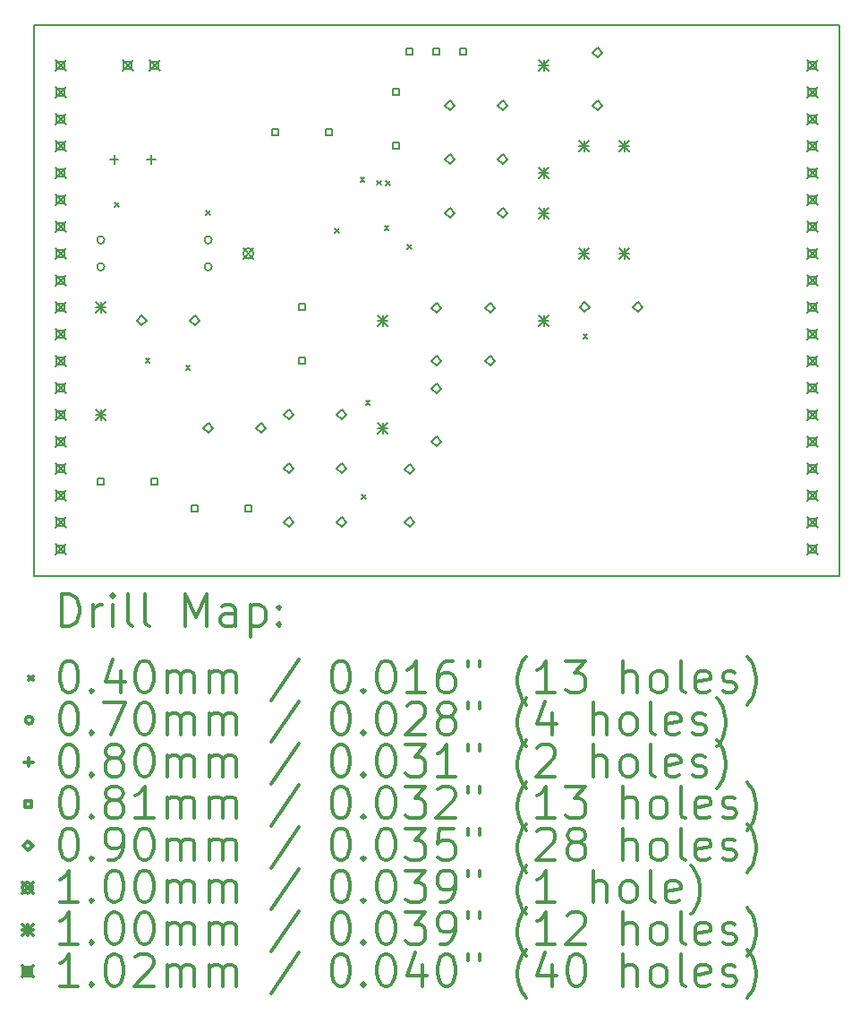
<source format=gbr>
%FSLAX45Y45*%
G04 Gerber Fmt 4.5, Leading zero omitted, Abs format (unit mm)*
G04 Created by KiCad (PCBNEW 4.0.4+e1-6308~48~ubuntu16.04.1-stable) date Tue Sep  6 14:03:11 2016*
%MOMM*%
%LPD*%
G01*
G04 APERTURE LIST*
%ADD10C,0.127000*%
%ADD11C,0.150000*%
%ADD12C,0.200000*%
%ADD13C,0.300000*%
G04 APERTURE END LIST*
D10*
D11*
X12065000Y-13589000D02*
X10795000Y-13589000D01*
X12065000Y-8382000D02*
X12065000Y-13589000D01*
X4445000Y-8382000D02*
X12065000Y-8382000D01*
X4445000Y-13589000D02*
X10795000Y-13589000D01*
X4445000Y-8382000D02*
X4445000Y-13589000D01*
D12*
X5212400Y-10063800D02*
X5252400Y-10103800D01*
X5252400Y-10063800D02*
X5212400Y-10103800D01*
X5504500Y-11537000D02*
X5544500Y-11577000D01*
X5544500Y-11537000D02*
X5504500Y-11577000D01*
X5885500Y-11600500D02*
X5925500Y-11640500D01*
X5925500Y-11600500D02*
X5885500Y-11640500D01*
X6076000Y-10140000D02*
X6116000Y-10180000D01*
X6116000Y-10140000D02*
X6076000Y-10180000D01*
X7295200Y-10305100D02*
X7335200Y-10345100D01*
X7335200Y-10305100D02*
X7295200Y-10345100D01*
X7536500Y-9822500D02*
X7576500Y-9862500D01*
X7576500Y-9822500D02*
X7536500Y-9862500D01*
X7549200Y-12819700D02*
X7589200Y-12859700D01*
X7589200Y-12819700D02*
X7549200Y-12859700D01*
X7587300Y-11930700D02*
X7627300Y-11970700D01*
X7627300Y-11930700D02*
X7587300Y-11970700D01*
X7695250Y-9854250D02*
X7735250Y-9894250D01*
X7735250Y-9854250D02*
X7695250Y-9894250D01*
X7765100Y-10279700D02*
X7805100Y-10319700D01*
X7805100Y-10279700D02*
X7765100Y-10319700D01*
X7777800Y-9860600D02*
X7817800Y-9900600D01*
X7817800Y-9860600D02*
X7777800Y-9900600D01*
X7981000Y-10457500D02*
X8021000Y-10497500D01*
X8021000Y-10457500D02*
X7981000Y-10497500D01*
X9644700Y-11308400D02*
X9684700Y-11348400D01*
X9684700Y-11308400D02*
X9644700Y-11348400D01*
X5115000Y-10414254D02*
G75*
G03X5115000Y-10414254I-35052J0D01*
G01*
X5115104Y-10667746D02*
G75*
G03X5115104Y-10667746I-35052J0D01*
G01*
X6131000Y-10414254D02*
G75*
G03X6131000Y-10414254I-35052J0D01*
G01*
X6131104Y-10667746D02*
G75*
G03X6131104Y-10667746I-35052J0D01*
G01*
X5207000Y-9612000D02*
X5207000Y-9692000D01*
X5167000Y-9652000D02*
X5247000Y-9652000D01*
X5557000Y-9612000D02*
X5557000Y-9692000D01*
X5517000Y-9652000D02*
X5597000Y-9652000D01*
X5108737Y-12728737D02*
X5108737Y-12671263D01*
X5051263Y-12671263D01*
X5051263Y-12728737D01*
X5108737Y-12728737D01*
X5616737Y-12728737D02*
X5616737Y-12671263D01*
X5559263Y-12671263D01*
X5559263Y-12728737D01*
X5616737Y-12728737D01*
X5997737Y-12982737D02*
X5997737Y-12925263D01*
X5940263Y-12925263D01*
X5940263Y-12982737D01*
X5997737Y-12982737D01*
X6505737Y-12982737D02*
X6505737Y-12925263D01*
X6448263Y-12925263D01*
X6448263Y-12982737D01*
X6505737Y-12982737D01*
X6759737Y-9426737D02*
X6759737Y-9369263D01*
X6702263Y-9369263D01*
X6702263Y-9426737D01*
X6759737Y-9426737D01*
X7013737Y-11077737D02*
X7013737Y-11020263D01*
X6956263Y-11020263D01*
X6956263Y-11077737D01*
X7013737Y-11077737D01*
X7013737Y-11585737D02*
X7013737Y-11528263D01*
X6956263Y-11528263D01*
X6956263Y-11585737D01*
X7013737Y-11585737D01*
X7267737Y-9426737D02*
X7267737Y-9369263D01*
X7210263Y-9369263D01*
X7210263Y-9426737D01*
X7267737Y-9426737D01*
X7902737Y-9045737D02*
X7902737Y-8988263D01*
X7845263Y-8988263D01*
X7845263Y-9045737D01*
X7902737Y-9045737D01*
X7902737Y-9553737D02*
X7902737Y-9496263D01*
X7845263Y-9496263D01*
X7845263Y-9553737D01*
X7902737Y-9553737D01*
X8029737Y-8664737D02*
X8029737Y-8607263D01*
X7972263Y-8607263D01*
X7972263Y-8664737D01*
X8029737Y-8664737D01*
X8283737Y-8664737D02*
X8283737Y-8607263D01*
X8226263Y-8607263D01*
X8226263Y-8664737D01*
X8283737Y-8664737D01*
X8537737Y-8664737D02*
X8537737Y-8607263D01*
X8480263Y-8607263D01*
X8480263Y-8664737D01*
X8537737Y-8664737D01*
X5469000Y-11221000D02*
X5514000Y-11176000D01*
X5469000Y-11131000D01*
X5424000Y-11176000D01*
X5469000Y-11221000D01*
X5969000Y-11221000D02*
X6014000Y-11176000D01*
X5969000Y-11131000D01*
X5924000Y-11176000D01*
X5969000Y-11221000D01*
X6096000Y-12237000D02*
X6141000Y-12192000D01*
X6096000Y-12147000D01*
X6051000Y-12192000D01*
X6096000Y-12237000D01*
X6596000Y-12237000D02*
X6641000Y-12192000D01*
X6596000Y-12147000D01*
X6551000Y-12192000D01*
X6596000Y-12237000D01*
X6858000Y-12110000D02*
X6903000Y-12065000D01*
X6858000Y-12020000D01*
X6813000Y-12065000D01*
X6858000Y-12110000D01*
X6858000Y-12618000D02*
X6903000Y-12573000D01*
X6858000Y-12528000D01*
X6813000Y-12573000D01*
X6858000Y-12618000D01*
X6858000Y-13126000D02*
X6903000Y-13081000D01*
X6858000Y-13036000D01*
X6813000Y-13081000D01*
X6858000Y-13126000D01*
X7358000Y-12110000D02*
X7403000Y-12065000D01*
X7358000Y-12020000D01*
X7313000Y-12065000D01*
X7358000Y-12110000D01*
X7358000Y-12618000D02*
X7403000Y-12573000D01*
X7358000Y-12528000D01*
X7313000Y-12573000D01*
X7358000Y-12618000D01*
X7358000Y-13126000D02*
X7403000Y-13081000D01*
X7358000Y-13036000D01*
X7313000Y-13081000D01*
X7358000Y-13126000D01*
X8001000Y-12626000D02*
X8046000Y-12581000D01*
X8001000Y-12536000D01*
X7956000Y-12581000D01*
X8001000Y-12626000D01*
X8001000Y-13126000D02*
X8046000Y-13081000D01*
X8001000Y-13036000D01*
X7956000Y-13081000D01*
X8001000Y-13126000D01*
X8255000Y-11102000D02*
X8300000Y-11057000D01*
X8255000Y-11012000D01*
X8210000Y-11057000D01*
X8255000Y-11102000D01*
X8255000Y-11602000D02*
X8300000Y-11557000D01*
X8255000Y-11512000D01*
X8210000Y-11557000D01*
X8255000Y-11602000D01*
X8255000Y-11864000D02*
X8300000Y-11819000D01*
X8255000Y-11774000D01*
X8210000Y-11819000D01*
X8255000Y-11864000D01*
X8255000Y-12364000D02*
X8300000Y-12319000D01*
X8255000Y-12274000D01*
X8210000Y-12319000D01*
X8255000Y-12364000D01*
X8382000Y-9189000D02*
X8427000Y-9144000D01*
X8382000Y-9099000D01*
X8337000Y-9144000D01*
X8382000Y-9189000D01*
X8382000Y-9697000D02*
X8427000Y-9652000D01*
X8382000Y-9607000D01*
X8337000Y-9652000D01*
X8382000Y-9697000D01*
X8382000Y-10205000D02*
X8427000Y-10160000D01*
X8382000Y-10115000D01*
X8337000Y-10160000D01*
X8382000Y-10205000D01*
X8763000Y-11102000D02*
X8808000Y-11057000D01*
X8763000Y-11012000D01*
X8718000Y-11057000D01*
X8763000Y-11102000D01*
X8763000Y-11602000D02*
X8808000Y-11557000D01*
X8763000Y-11512000D01*
X8718000Y-11557000D01*
X8763000Y-11602000D01*
X8882000Y-9189000D02*
X8927000Y-9144000D01*
X8882000Y-9099000D01*
X8837000Y-9144000D01*
X8882000Y-9189000D01*
X8882000Y-9697000D02*
X8927000Y-9652000D01*
X8882000Y-9607000D01*
X8837000Y-9652000D01*
X8882000Y-9697000D01*
X8882000Y-10205000D02*
X8927000Y-10160000D01*
X8882000Y-10115000D01*
X8837000Y-10160000D01*
X8882000Y-10205000D01*
X9660000Y-11094000D02*
X9705000Y-11049000D01*
X9660000Y-11004000D01*
X9615000Y-11049000D01*
X9660000Y-11094000D01*
X9779000Y-8689000D02*
X9824000Y-8644000D01*
X9779000Y-8599000D01*
X9734000Y-8644000D01*
X9779000Y-8689000D01*
X9779000Y-9189000D02*
X9824000Y-9144000D01*
X9779000Y-9099000D01*
X9734000Y-9144000D01*
X9779000Y-9189000D01*
X10160000Y-11094000D02*
X10205000Y-11049000D01*
X10160000Y-11004000D01*
X10115000Y-11049000D01*
X10160000Y-11094000D01*
X6427000Y-10491000D02*
X6527000Y-10591000D01*
X6527000Y-10491000D02*
X6427000Y-10591000D01*
X6527000Y-10541000D02*
G75*
G03X6527000Y-10541000I-50000J0D01*
G01*
X5029962Y-10998962D02*
X5130038Y-11099038D01*
X5130038Y-10998962D02*
X5029962Y-11099038D01*
X5080000Y-10998962D02*
X5080000Y-11099038D01*
X5029962Y-11049000D02*
X5130038Y-11049000D01*
X5029962Y-12014962D02*
X5130038Y-12115038D01*
X5130038Y-12014962D02*
X5029962Y-12115038D01*
X5080000Y-12014962D02*
X5080000Y-12115038D01*
X5029962Y-12065000D02*
X5130038Y-12065000D01*
X7696962Y-11125962D02*
X7797038Y-11226038D01*
X7797038Y-11125962D02*
X7696962Y-11226038D01*
X7747000Y-11125962D02*
X7747000Y-11226038D01*
X7696962Y-11176000D02*
X7797038Y-11176000D01*
X7696962Y-12141962D02*
X7797038Y-12242038D01*
X7797038Y-12141962D02*
X7696962Y-12242038D01*
X7747000Y-12141962D02*
X7747000Y-12242038D01*
X7696962Y-12192000D02*
X7797038Y-12192000D01*
X9220962Y-8712962D02*
X9321038Y-8813038D01*
X9321038Y-8712962D02*
X9220962Y-8813038D01*
X9271000Y-8712962D02*
X9271000Y-8813038D01*
X9220962Y-8763000D02*
X9321038Y-8763000D01*
X9220962Y-9728962D02*
X9321038Y-9829038D01*
X9321038Y-9728962D02*
X9220962Y-9829038D01*
X9271000Y-9728962D02*
X9271000Y-9829038D01*
X9220962Y-9779000D02*
X9321038Y-9779000D01*
X9220962Y-10109962D02*
X9321038Y-10210038D01*
X9321038Y-10109962D02*
X9220962Y-10210038D01*
X9271000Y-10109962D02*
X9271000Y-10210038D01*
X9220962Y-10160000D02*
X9321038Y-10160000D01*
X9220962Y-11125962D02*
X9321038Y-11226038D01*
X9321038Y-11125962D02*
X9220962Y-11226038D01*
X9271000Y-11125962D02*
X9271000Y-11226038D01*
X9220962Y-11176000D02*
X9321038Y-11176000D01*
X9601962Y-9474962D02*
X9702038Y-9575038D01*
X9702038Y-9474962D02*
X9601962Y-9575038D01*
X9652000Y-9474962D02*
X9652000Y-9575038D01*
X9601962Y-9525000D02*
X9702038Y-9525000D01*
X9601962Y-10490962D02*
X9702038Y-10591038D01*
X9702038Y-10490962D02*
X9601962Y-10591038D01*
X9652000Y-10490962D02*
X9652000Y-10591038D01*
X9601962Y-10541000D02*
X9702038Y-10541000D01*
X9982962Y-9474962D02*
X10083038Y-9575038D01*
X10083038Y-9474962D02*
X9982962Y-9575038D01*
X10033000Y-9474962D02*
X10033000Y-9575038D01*
X9982962Y-9525000D02*
X10083038Y-9525000D01*
X9982962Y-10490962D02*
X10083038Y-10591038D01*
X10083038Y-10490962D02*
X9982962Y-10591038D01*
X10033000Y-10490962D02*
X10033000Y-10591038D01*
X9982962Y-10541000D02*
X10083038Y-10541000D01*
X4648200Y-8712200D02*
X4749800Y-8813800D01*
X4749800Y-8712200D02*
X4648200Y-8813800D01*
X4734921Y-8798921D02*
X4734921Y-8727079D01*
X4663079Y-8727079D01*
X4663079Y-8798921D01*
X4734921Y-8798921D01*
X4648200Y-8966200D02*
X4749800Y-9067800D01*
X4749800Y-8966200D02*
X4648200Y-9067800D01*
X4734921Y-9052921D02*
X4734921Y-8981079D01*
X4663079Y-8981079D01*
X4663079Y-9052921D01*
X4734921Y-9052921D01*
X4648200Y-9220200D02*
X4749800Y-9321800D01*
X4749800Y-9220200D02*
X4648200Y-9321800D01*
X4734921Y-9306921D02*
X4734921Y-9235079D01*
X4663079Y-9235079D01*
X4663079Y-9306921D01*
X4734921Y-9306921D01*
X4648200Y-9474200D02*
X4749800Y-9575800D01*
X4749800Y-9474200D02*
X4648200Y-9575800D01*
X4734921Y-9560921D02*
X4734921Y-9489079D01*
X4663079Y-9489079D01*
X4663079Y-9560921D01*
X4734921Y-9560921D01*
X4648200Y-9728200D02*
X4749800Y-9829800D01*
X4749800Y-9728200D02*
X4648200Y-9829800D01*
X4734921Y-9814921D02*
X4734921Y-9743079D01*
X4663079Y-9743079D01*
X4663079Y-9814921D01*
X4734921Y-9814921D01*
X4648200Y-9982200D02*
X4749800Y-10083800D01*
X4749800Y-9982200D02*
X4648200Y-10083800D01*
X4734921Y-10068921D02*
X4734921Y-9997079D01*
X4663079Y-9997079D01*
X4663079Y-10068921D01*
X4734921Y-10068921D01*
X4648200Y-10236200D02*
X4749800Y-10337800D01*
X4749800Y-10236200D02*
X4648200Y-10337800D01*
X4734921Y-10322921D02*
X4734921Y-10251079D01*
X4663079Y-10251079D01*
X4663079Y-10322921D01*
X4734921Y-10322921D01*
X4648200Y-10490200D02*
X4749800Y-10591800D01*
X4749800Y-10490200D02*
X4648200Y-10591800D01*
X4734921Y-10576921D02*
X4734921Y-10505079D01*
X4663079Y-10505079D01*
X4663079Y-10576921D01*
X4734921Y-10576921D01*
X4648200Y-10744200D02*
X4749800Y-10845800D01*
X4749800Y-10744200D02*
X4648200Y-10845800D01*
X4734921Y-10830921D02*
X4734921Y-10759079D01*
X4663079Y-10759079D01*
X4663079Y-10830921D01*
X4734921Y-10830921D01*
X4648200Y-10998200D02*
X4749800Y-11099800D01*
X4749800Y-10998200D02*
X4648200Y-11099800D01*
X4734921Y-11084921D02*
X4734921Y-11013079D01*
X4663079Y-11013079D01*
X4663079Y-11084921D01*
X4734921Y-11084921D01*
X4648200Y-11252200D02*
X4749800Y-11353800D01*
X4749800Y-11252200D02*
X4648200Y-11353800D01*
X4734921Y-11338921D02*
X4734921Y-11267079D01*
X4663079Y-11267079D01*
X4663079Y-11338921D01*
X4734921Y-11338921D01*
X4648200Y-11506200D02*
X4749800Y-11607800D01*
X4749800Y-11506200D02*
X4648200Y-11607800D01*
X4734921Y-11592921D02*
X4734921Y-11521079D01*
X4663079Y-11521079D01*
X4663079Y-11592921D01*
X4734921Y-11592921D01*
X4648200Y-11760200D02*
X4749800Y-11861800D01*
X4749800Y-11760200D02*
X4648200Y-11861800D01*
X4734921Y-11846921D02*
X4734921Y-11775079D01*
X4663079Y-11775079D01*
X4663079Y-11846921D01*
X4734921Y-11846921D01*
X4648200Y-12014200D02*
X4749800Y-12115800D01*
X4749800Y-12014200D02*
X4648200Y-12115800D01*
X4734921Y-12100921D02*
X4734921Y-12029079D01*
X4663079Y-12029079D01*
X4663079Y-12100921D01*
X4734921Y-12100921D01*
X4648200Y-12268200D02*
X4749800Y-12369800D01*
X4749800Y-12268200D02*
X4648200Y-12369800D01*
X4734921Y-12354921D02*
X4734921Y-12283079D01*
X4663079Y-12283079D01*
X4663079Y-12354921D01*
X4734921Y-12354921D01*
X4648200Y-12522200D02*
X4749800Y-12623800D01*
X4749800Y-12522200D02*
X4648200Y-12623800D01*
X4734921Y-12608921D02*
X4734921Y-12537079D01*
X4663079Y-12537079D01*
X4663079Y-12608921D01*
X4734921Y-12608921D01*
X4648200Y-12776200D02*
X4749800Y-12877800D01*
X4749800Y-12776200D02*
X4648200Y-12877800D01*
X4734921Y-12862921D02*
X4734921Y-12791079D01*
X4663079Y-12791079D01*
X4663079Y-12862921D01*
X4734921Y-12862921D01*
X4648200Y-13030200D02*
X4749800Y-13131800D01*
X4749800Y-13030200D02*
X4648200Y-13131800D01*
X4734921Y-13116921D02*
X4734921Y-13045079D01*
X4663079Y-13045079D01*
X4663079Y-13116921D01*
X4734921Y-13116921D01*
X4648200Y-13284200D02*
X4749800Y-13385800D01*
X4749800Y-13284200D02*
X4648200Y-13385800D01*
X4734921Y-13370921D02*
X4734921Y-13299079D01*
X4663079Y-13299079D01*
X4663079Y-13370921D01*
X4734921Y-13370921D01*
X5283200Y-8712200D02*
X5384800Y-8813800D01*
X5384800Y-8712200D02*
X5283200Y-8813800D01*
X5369921Y-8798921D02*
X5369921Y-8727079D01*
X5298079Y-8727079D01*
X5298079Y-8798921D01*
X5369921Y-8798921D01*
X5537200Y-8712200D02*
X5638800Y-8813800D01*
X5638800Y-8712200D02*
X5537200Y-8813800D01*
X5623921Y-8798921D02*
X5623921Y-8727079D01*
X5552079Y-8727079D01*
X5552079Y-8798921D01*
X5623921Y-8798921D01*
X11760200Y-8712200D02*
X11861800Y-8813800D01*
X11861800Y-8712200D02*
X11760200Y-8813800D01*
X11846921Y-8798921D02*
X11846921Y-8727079D01*
X11775079Y-8727079D01*
X11775079Y-8798921D01*
X11846921Y-8798921D01*
X11760200Y-8966200D02*
X11861800Y-9067800D01*
X11861800Y-8966200D02*
X11760200Y-9067800D01*
X11846921Y-9052921D02*
X11846921Y-8981079D01*
X11775079Y-8981079D01*
X11775079Y-9052921D01*
X11846921Y-9052921D01*
X11760200Y-9220200D02*
X11861800Y-9321800D01*
X11861800Y-9220200D02*
X11760200Y-9321800D01*
X11846921Y-9306921D02*
X11846921Y-9235079D01*
X11775079Y-9235079D01*
X11775079Y-9306921D01*
X11846921Y-9306921D01*
X11760200Y-9474200D02*
X11861800Y-9575800D01*
X11861800Y-9474200D02*
X11760200Y-9575800D01*
X11846921Y-9560921D02*
X11846921Y-9489079D01*
X11775079Y-9489079D01*
X11775079Y-9560921D01*
X11846921Y-9560921D01*
X11760200Y-9728200D02*
X11861800Y-9829800D01*
X11861800Y-9728200D02*
X11760200Y-9829800D01*
X11846921Y-9814921D02*
X11846921Y-9743079D01*
X11775079Y-9743079D01*
X11775079Y-9814921D01*
X11846921Y-9814921D01*
X11760200Y-9982200D02*
X11861800Y-10083800D01*
X11861800Y-9982200D02*
X11760200Y-10083800D01*
X11846921Y-10068921D02*
X11846921Y-9997079D01*
X11775079Y-9997079D01*
X11775079Y-10068921D01*
X11846921Y-10068921D01*
X11760200Y-10236200D02*
X11861800Y-10337800D01*
X11861800Y-10236200D02*
X11760200Y-10337800D01*
X11846921Y-10322921D02*
X11846921Y-10251079D01*
X11775079Y-10251079D01*
X11775079Y-10322921D01*
X11846921Y-10322921D01*
X11760200Y-10490200D02*
X11861800Y-10591800D01*
X11861800Y-10490200D02*
X11760200Y-10591800D01*
X11846921Y-10576921D02*
X11846921Y-10505079D01*
X11775079Y-10505079D01*
X11775079Y-10576921D01*
X11846921Y-10576921D01*
X11760200Y-10744200D02*
X11861800Y-10845800D01*
X11861800Y-10744200D02*
X11760200Y-10845800D01*
X11846921Y-10830921D02*
X11846921Y-10759079D01*
X11775079Y-10759079D01*
X11775079Y-10830921D01*
X11846921Y-10830921D01*
X11760200Y-10998200D02*
X11861800Y-11099800D01*
X11861800Y-10998200D02*
X11760200Y-11099800D01*
X11846921Y-11084921D02*
X11846921Y-11013079D01*
X11775079Y-11013079D01*
X11775079Y-11084921D01*
X11846921Y-11084921D01*
X11760200Y-11252200D02*
X11861800Y-11353800D01*
X11861800Y-11252200D02*
X11760200Y-11353800D01*
X11846921Y-11338921D02*
X11846921Y-11267079D01*
X11775079Y-11267079D01*
X11775079Y-11338921D01*
X11846921Y-11338921D01*
X11760200Y-11506200D02*
X11861800Y-11607800D01*
X11861800Y-11506200D02*
X11760200Y-11607800D01*
X11846921Y-11592921D02*
X11846921Y-11521079D01*
X11775079Y-11521079D01*
X11775079Y-11592921D01*
X11846921Y-11592921D01*
X11760200Y-11760200D02*
X11861800Y-11861800D01*
X11861800Y-11760200D02*
X11760200Y-11861800D01*
X11846921Y-11846921D02*
X11846921Y-11775079D01*
X11775079Y-11775079D01*
X11775079Y-11846921D01*
X11846921Y-11846921D01*
X11760200Y-12014200D02*
X11861800Y-12115800D01*
X11861800Y-12014200D02*
X11760200Y-12115800D01*
X11846921Y-12100921D02*
X11846921Y-12029079D01*
X11775079Y-12029079D01*
X11775079Y-12100921D01*
X11846921Y-12100921D01*
X11760200Y-12268200D02*
X11861800Y-12369800D01*
X11861800Y-12268200D02*
X11760200Y-12369800D01*
X11846921Y-12354921D02*
X11846921Y-12283079D01*
X11775079Y-12283079D01*
X11775079Y-12354921D01*
X11846921Y-12354921D01*
X11760200Y-12522200D02*
X11861800Y-12623800D01*
X11861800Y-12522200D02*
X11760200Y-12623800D01*
X11846921Y-12608921D02*
X11846921Y-12537079D01*
X11775079Y-12537079D01*
X11775079Y-12608921D01*
X11846921Y-12608921D01*
X11760200Y-12776200D02*
X11861800Y-12877800D01*
X11861800Y-12776200D02*
X11760200Y-12877800D01*
X11846921Y-12862921D02*
X11846921Y-12791079D01*
X11775079Y-12791079D01*
X11775079Y-12862921D01*
X11846921Y-12862921D01*
X11760200Y-13030200D02*
X11861800Y-13131800D01*
X11861800Y-13030200D02*
X11760200Y-13131800D01*
X11846921Y-13116921D02*
X11846921Y-13045079D01*
X11775079Y-13045079D01*
X11775079Y-13116921D01*
X11846921Y-13116921D01*
X11760200Y-13284200D02*
X11861800Y-13385800D01*
X11861800Y-13284200D02*
X11760200Y-13385800D01*
X11846921Y-13370921D02*
X11846921Y-13299079D01*
X11775079Y-13299079D01*
X11775079Y-13370921D01*
X11846921Y-13370921D01*
D13*
X4708929Y-14062214D02*
X4708929Y-13762214D01*
X4780357Y-13762214D01*
X4823214Y-13776500D01*
X4851786Y-13805071D01*
X4866071Y-13833643D01*
X4880357Y-13890786D01*
X4880357Y-13933643D01*
X4866071Y-13990786D01*
X4851786Y-14019357D01*
X4823214Y-14047929D01*
X4780357Y-14062214D01*
X4708929Y-14062214D01*
X5008929Y-14062214D02*
X5008929Y-13862214D01*
X5008929Y-13919357D02*
X5023214Y-13890786D01*
X5037500Y-13876500D01*
X5066071Y-13862214D01*
X5094643Y-13862214D01*
X5194643Y-14062214D02*
X5194643Y-13862214D01*
X5194643Y-13762214D02*
X5180357Y-13776500D01*
X5194643Y-13790786D01*
X5208929Y-13776500D01*
X5194643Y-13762214D01*
X5194643Y-13790786D01*
X5380357Y-14062214D02*
X5351786Y-14047929D01*
X5337500Y-14019357D01*
X5337500Y-13762214D01*
X5537500Y-14062214D02*
X5508929Y-14047929D01*
X5494643Y-14019357D01*
X5494643Y-13762214D01*
X5880357Y-14062214D02*
X5880357Y-13762214D01*
X5980357Y-13976500D01*
X6080357Y-13762214D01*
X6080357Y-14062214D01*
X6351786Y-14062214D02*
X6351786Y-13905071D01*
X6337500Y-13876500D01*
X6308928Y-13862214D01*
X6251786Y-13862214D01*
X6223214Y-13876500D01*
X6351786Y-14047929D02*
X6323214Y-14062214D01*
X6251786Y-14062214D01*
X6223214Y-14047929D01*
X6208928Y-14019357D01*
X6208928Y-13990786D01*
X6223214Y-13962214D01*
X6251786Y-13947929D01*
X6323214Y-13947929D01*
X6351786Y-13933643D01*
X6494643Y-13862214D02*
X6494643Y-14162214D01*
X6494643Y-13876500D02*
X6523214Y-13862214D01*
X6580357Y-13862214D01*
X6608928Y-13876500D01*
X6623214Y-13890786D01*
X6637500Y-13919357D01*
X6637500Y-14005071D01*
X6623214Y-14033643D01*
X6608928Y-14047929D01*
X6580357Y-14062214D01*
X6523214Y-14062214D01*
X6494643Y-14047929D01*
X6766071Y-14033643D02*
X6780357Y-14047929D01*
X6766071Y-14062214D01*
X6751786Y-14047929D01*
X6766071Y-14033643D01*
X6766071Y-14062214D01*
X6766071Y-13876500D02*
X6780357Y-13890786D01*
X6766071Y-13905071D01*
X6751786Y-13890786D01*
X6766071Y-13876500D01*
X6766071Y-13905071D01*
X4397500Y-14536500D02*
X4437500Y-14576500D01*
X4437500Y-14536500D02*
X4397500Y-14576500D01*
X4766071Y-14392214D02*
X4794643Y-14392214D01*
X4823214Y-14406500D01*
X4837500Y-14420786D01*
X4851786Y-14449357D01*
X4866071Y-14506500D01*
X4866071Y-14577929D01*
X4851786Y-14635071D01*
X4837500Y-14663643D01*
X4823214Y-14677929D01*
X4794643Y-14692214D01*
X4766071Y-14692214D01*
X4737500Y-14677929D01*
X4723214Y-14663643D01*
X4708929Y-14635071D01*
X4694643Y-14577929D01*
X4694643Y-14506500D01*
X4708929Y-14449357D01*
X4723214Y-14420786D01*
X4737500Y-14406500D01*
X4766071Y-14392214D01*
X4994643Y-14663643D02*
X5008929Y-14677929D01*
X4994643Y-14692214D01*
X4980357Y-14677929D01*
X4994643Y-14663643D01*
X4994643Y-14692214D01*
X5266071Y-14492214D02*
X5266071Y-14692214D01*
X5194643Y-14377929D02*
X5123214Y-14592214D01*
X5308928Y-14592214D01*
X5480357Y-14392214D02*
X5508929Y-14392214D01*
X5537500Y-14406500D01*
X5551786Y-14420786D01*
X5566071Y-14449357D01*
X5580357Y-14506500D01*
X5580357Y-14577929D01*
X5566071Y-14635071D01*
X5551786Y-14663643D01*
X5537500Y-14677929D01*
X5508929Y-14692214D01*
X5480357Y-14692214D01*
X5451786Y-14677929D01*
X5437500Y-14663643D01*
X5423214Y-14635071D01*
X5408929Y-14577929D01*
X5408929Y-14506500D01*
X5423214Y-14449357D01*
X5437500Y-14420786D01*
X5451786Y-14406500D01*
X5480357Y-14392214D01*
X5708928Y-14692214D02*
X5708928Y-14492214D01*
X5708928Y-14520786D02*
X5723214Y-14506500D01*
X5751786Y-14492214D01*
X5794643Y-14492214D01*
X5823214Y-14506500D01*
X5837500Y-14535071D01*
X5837500Y-14692214D01*
X5837500Y-14535071D02*
X5851786Y-14506500D01*
X5880357Y-14492214D01*
X5923214Y-14492214D01*
X5951786Y-14506500D01*
X5966071Y-14535071D01*
X5966071Y-14692214D01*
X6108928Y-14692214D02*
X6108928Y-14492214D01*
X6108928Y-14520786D02*
X6123214Y-14506500D01*
X6151786Y-14492214D01*
X6194643Y-14492214D01*
X6223214Y-14506500D01*
X6237500Y-14535071D01*
X6237500Y-14692214D01*
X6237500Y-14535071D02*
X6251786Y-14506500D01*
X6280357Y-14492214D01*
X6323214Y-14492214D01*
X6351786Y-14506500D01*
X6366071Y-14535071D01*
X6366071Y-14692214D01*
X6951786Y-14377929D02*
X6694643Y-14763643D01*
X7337500Y-14392214D02*
X7366071Y-14392214D01*
X7394643Y-14406500D01*
X7408928Y-14420786D01*
X7423214Y-14449357D01*
X7437500Y-14506500D01*
X7437500Y-14577929D01*
X7423214Y-14635071D01*
X7408928Y-14663643D01*
X7394643Y-14677929D01*
X7366071Y-14692214D01*
X7337500Y-14692214D01*
X7308928Y-14677929D01*
X7294643Y-14663643D01*
X7280357Y-14635071D01*
X7266071Y-14577929D01*
X7266071Y-14506500D01*
X7280357Y-14449357D01*
X7294643Y-14420786D01*
X7308928Y-14406500D01*
X7337500Y-14392214D01*
X7566071Y-14663643D02*
X7580357Y-14677929D01*
X7566071Y-14692214D01*
X7551786Y-14677929D01*
X7566071Y-14663643D01*
X7566071Y-14692214D01*
X7766071Y-14392214D02*
X7794643Y-14392214D01*
X7823214Y-14406500D01*
X7837500Y-14420786D01*
X7851785Y-14449357D01*
X7866071Y-14506500D01*
X7866071Y-14577929D01*
X7851785Y-14635071D01*
X7837500Y-14663643D01*
X7823214Y-14677929D01*
X7794643Y-14692214D01*
X7766071Y-14692214D01*
X7737500Y-14677929D01*
X7723214Y-14663643D01*
X7708928Y-14635071D01*
X7694643Y-14577929D01*
X7694643Y-14506500D01*
X7708928Y-14449357D01*
X7723214Y-14420786D01*
X7737500Y-14406500D01*
X7766071Y-14392214D01*
X8151785Y-14692214D02*
X7980357Y-14692214D01*
X8066071Y-14692214D02*
X8066071Y-14392214D01*
X8037500Y-14435071D01*
X8008928Y-14463643D01*
X7980357Y-14477929D01*
X8408928Y-14392214D02*
X8351785Y-14392214D01*
X8323214Y-14406500D01*
X8308928Y-14420786D01*
X8280357Y-14463643D01*
X8266071Y-14520786D01*
X8266071Y-14635071D01*
X8280357Y-14663643D01*
X8294643Y-14677929D01*
X8323214Y-14692214D01*
X8380357Y-14692214D01*
X8408928Y-14677929D01*
X8423214Y-14663643D01*
X8437500Y-14635071D01*
X8437500Y-14563643D01*
X8423214Y-14535071D01*
X8408928Y-14520786D01*
X8380357Y-14506500D01*
X8323214Y-14506500D01*
X8294643Y-14520786D01*
X8280357Y-14535071D01*
X8266071Y-14563643D01*
X8551786Y-14392214D02*
X8551786Y-14449357D01*
X8666071Y-14392214D02*
X8666071Y-14449357D01*
X9108928Y-14806500D02*
X9094643Y-14792214D01*
X9066071Y-14749357D01*
X9051786Y-14720786D01*
X9037500Y-14677929D01*
X9023214Y-14606500D01*
X9023214Y-14549357D01*
X9037500Y-14477929D01*
X9051786Y-14435071D01*
X9066071Y-14406500D01*
X9094643Y-14363643D01*
X9108928Y-14349357D01*
X9380357Y-14692214D02*
X9208928Y-14692214D01*
X9294643Y-14692214D02*
X9294643Y-14392214D01*
X9266071Y-14435071D01*
X9237500Y-14463643D01*
X9208928Y-14477929D01*
X9480357Y-14392214D02*
X9666071Y-14392214D01*
X9566071Y-14506500D01*
X9608928Y-14506500D01*
X9637500Y-14520786D01*
X9651786Y-14535071D01*
X9666071Y-14563643D01*
X9666071Y-14635071D01*
X9651786Y-14663643D01*
X9637500Y-14677929D01*
X9608928Y-14692214D01*
X9523214Y-14692214D01*
X9494643Y-14677929D01*
X9480357Y-14663643D01*
X10023214Y-14692214D02*
X10023214Y-14392214D01*
X10151786Y-14692214D02*
X10151786Y-14535071D01*
X10137500Y-14506500D01*
X10108928Y-14492214D01*
X10066071Y-14492214D01*
X10037500Y-14506500D01*
X10023214Y-14520786D01*
X10337500Y-14692214D02*
X10308928Y-14677929D01*
X10294643Y-14663643D01*
X10280357Y-14635071D01*
X10280357Y-14549357D01*
X10294643Y-14520786D01*
X10308928Y-14506500D01*
X10337500Y-14492214D01*
X10380357Y-14492214D01*
X10408928Y-14506500D01*
X10423214Y-14520786D01*
X10437500Y-14549357D01*
X10437500Y-14635071D01*
X10423214Y-14663643D01*
X10408928Y-14677929D01*
X10380357Y-14692214D01*
X10337500Y-14692214D01*
X10608928Y-14692214D02*
X10580357Y-14677929D01*
X10566071Y-14649357D01*
X10566071Y-14392214D01*
X10837500Y-14677929D02*
X10808929Y-14692214D01*
X10751786Y-14692214D01*
X10723214Y-14677929D01*
X10708929Y-14649357D01*
X10708929Y-14535071D01*
X10723214Y-14506500D01*
X10751786Y-14492214D01*
X10808929Y-14492214D01*
X10837500Y-14506500D01*
X10851786Y-14535071D01*
X10851786Y-14563643D01*
X10708929Y-14592214D01*
X10966071Y-14677929D02*
X10994643Y-14692214D01*
X11051786Y-14692214D01*
X11080357Y-14677929D01*
X11094643Y-14649357D01*
X11094643Y-14635071D01*
X11080357Y-14606500D01*
X11051786Y-14592214D01*
X11008929Y-14592214D01*
X10980357Y-14577929D01*
X10966071Y-14549357D01*
X10966071Y-14535071D01*
X10980357Y-14506500D01*
X11008929Y-14492214D01*
X11051786Y-14492214D01*
X11080357Y-14506500D01*
X11194643Y-14806500D02*
X11208928Y-14792214D01*
X11237500Y-14749357D01*
X11251786Y-14720786D01*
X11266071Y-14677929D01*
X11280357Y-14606500D01*
X11280357Y-14549357D01*
X11266071Y-14477929D01*
X11251786Y-14435071D01*
X11237500Y-14406500D01*
X11208928Y-14363643D01*
X11194643Y-14349357D01*
X4437500Y-14952500D02*
G75*
G03X4437500Y-14952500I-35052J0D01*
G01*
X4766071Y-14788214D02*
X4794643Y-14788214D01*
X4823214Y-14802500D01*
X4837500Y-14816786D01*
X4851786Y-14845357D01*
X4866071Y-14902500D01*
X4866071Y-14973929D01*
X4851786Y-15031071D01*
X4837500Y-15059643D01*
X4823214Y-15073929D01*
X4794643Y-15088214D01*
X4766071Y-15088214D01*
X4737500Y-15073929D01*
X4723214Y-15059643D01*
X4708929Y-15031071D01*
X4694643Y-14973929D01*
X4694643Y-14902500D01*
X4708929Y-14845357D01*
X4723214Y-14816786D01*
X4737500Y-14802500D01*
X4766071Y-14788214D01*
X4994643Y-15059643D02*
X5008929Y-15073929D01*
X4994643Y-15088214D01*
X4980357Y-15073929D01*
X4994643Y-15059643D01*
X4994643Y-15088214D01*
X5108928Y-14788214D02*
X5308928Y-14788214D01*
X5180357Y-15088214D01*
X5480357Y-14788214D02*
X5508929Y-14788214D01*
X5537500Y-14802500D01*
X5551786Y-14816786D01*
X5566071Y-14845357D01*
X5580357Y-14902500D01*
X5580357Y-14973929D01*
X5566071Y-15031071D01*
X5551786Y-15059643D01*
X5537500Y-15073929D01*
X5508929Y-15088214D01*
X5480357Y-15088214D01*
X5451786Y-15073929D01*
X5437500Y-15059643D01*
X5423214Y-15031071D01*
X5408929Y-14973929D01*
X5408929Y-14902500D01*
X5423214Y-14845357D01*
X5437500Y-14816786D01*
X5451786Y-14802500D01*
X5480357Y-14788214D01*
X5708928Y-15088214D02*
X5708928Y-14888214D01*
X5708928Y-14916786D02*
X5723214Y-14902500D01*
X5751786Y-14888214D01*
X5794643Y-14888214D01*
X5823214Y-14902500D01*
X5837500Y-14931071D01*
X5837500Y-15088214D01*
X5837500Y-14931071D02*
X5851786Y-14902500D01*
X5880357Y-14888214D01*
X5923214Y-14888214D01*
X5951786Y-14902500D01*
X5966071Y-14931071D01*
X5966071Y-15088214D01*
X6108928Y-15088214D02*
X6108928Y-14888214D01*
X6108928Y-14916786D02*
X6123214Y-14902500D01*
X6151786Y-14888214D01*
X6194643Y-14888214D01*
X6223214Y-14902500D01*
X6237500Y-14931071D01*
X6237500Y-15088214D01*
X6237500Y-14931071D02*
X6251786Y-14902500D01*
X6280357Y-14888214D01*
X6323214Y-14888214D01*
X6351786Y-14902500D01*
X6366071Y-14931071D01*
X6366071Y-15088214D01*
X6951786Y-14773929D02*
X6694643Y-15159643D01*
X7337500Y-14788214D02*
X7366071Y-14788214D01*
X7394643Y-14802500D01*
X7408928Y-14816786D01*
X7423214Y-14845357D01*
X7437500Y-14902500D01*
X7437500Y-14973929D01*
X7423214Y-15031071D01*
X7408928Y-15059643D01*
X7394643Y-15073929D01*
X7366071Y-15088214D01*
X7337500Y-15088214D01*
X7308928Y-15073929D01*
X7294643Y-15059643D01*
X7280357Y-15031071D01*
X7266071Y-14973929D01*
X7266071Y-14902500D01*
X7280357Y-14845357D01*
X7294643Y-14816786D01*
X7308928Y-14802500D01*
X7337500Y-14788214D01*
X7566071Y-15059643D02*
X7580357Y-15073929D01*
X7566071Y-15088214D01*
X7551786Y-15073929D01*
X7566071Y-15059643D01*
X7566071Y-15088214D01*
X7766071Y-14788214D02*
X7794643Y-14788214D01*
X7823214Y-14802500D01*
X7837500Y-14816786D01*
X7851785Y-14845357D01*
X7866071Y-14902500D01*
X7866071Y-14973929D01*
X7851785Y-15031071D01*
X7837500Y-15059643D01*
X7823214Y-15073929D01*
X7794643Y-15088214D01*
X7766071Y-15088214D01*
X7737500Y-15073929D01*
X7723214Y-15059643D01*
X7708928Y-15031071D01*
X7694643Y-14973929D01*
X7694643Y-14902500D01*
X7708928Y-14845357D01*
X7723214Y-14816786D01*
X7737500Y-14802500D01*
X7766071Y-14788214D01*
X7980357Y-14816786D02*
X7994643Y-14802500D01*
X8023214Y-14788214D01*
X8094643Y-14788214D01*
X8123214Y-14802500D01*
X8137500Y-14816786D01*
X8151785Y-14845357D01*
X8151785Y-14873929D01*
X8137500Y-14916786D01*
X7966071Y-15088214D01*
X8151785Y-15088214D01*
X8323214Y-14916786D02*
X8294643Y-14902500D01*
X8280357Y-14888214D01*
X8266071Y-14859643D01*
X8266071Y-14845357D01*
X8280357Y-14816786D01*
X8294643Y-14802500D01*
X8323214Y-14788214D01*
X8380357Y-14788214D01*
X8408928Y-14802500D01*
X8423214Y-14816786D01*
X8437500Y-14845357D01*
X8437500Y-14859643D01*
X8423214Y-14888214D01*
X8408928Y-14902500D01*
X8380357Y-14916786D01*
X8323214Y-14916786D01*
X8294643Y-14931071D01*
X8280357Y-14945357D01*
X8266071Y-14973929D01*
X8266071Y-15031071D01*
X8280357Y-15059643D01*
X8294643Y-15073929D01*
X8323214Y-15088214D01*
X8380357Y-15088214D01*
X8408928Y-15073929D01*
X8423214Y-15059643D01*
X8437500Y-15031071D01*
X8437500Y-14973929D01*
X8423214Y-14945357D01*
X8408928Y-14931071D01*
X8380357Y-14916786D01*
X8551786Y-14788214D02*
X8551786Y-14845357D01*
X8666071Y-14788214D02*
X8666071Y-14845357D01*
X9108928Y-15202500D02*
X9094643Y-15188214D01*
X9066071Y-15145357D01*
X9051786Y-15116786D01*
X9037500Y-15073929D01*
X9023214Y-15002500D01*
X9023214Y-14945357D01*
X9037500Y-14873929D01*
X9051786Y-14831071D01*
X9066071Y-14802500D01*
X9094643Y-14759643D01*
X9108928Y-14745357D01*
X9351786Y-14888214D02*
X9351786Y-15088214D01*
X9280357Y-14773929D02*
X9208928Y-14988214D01*
X9394643Y-14988214D01*
X9737500Y-15088214D02*
X9737500Y-14788214D01*
X9866071Y-15088214D02*
X9866071Y-14931071D01*
X9851786Y-14902500D01*
X9823214Y-14888214D01*
X9780357Y-14888214D01*
X9751786Y-14902500D01*
X9737500Y-14916786D01*
X10051786Y-15088214D02*
X10023214Y-15073929D01*
X10008928Y-15059643D01*
X9994643Y-15031071D01*
X9994643Y-14945357D01*
X10008928Y-14916786D01*
X10023214Y-14902500D01*
X10051786Y-14888214D01*
X10094643Y-14888214D01*
X10123214Y-14902500D01*
X10137500Y-14916786D01*
X10151786Y-14945357D01*
X10151786Y-15031071D01*
X10137500Y-15059643D01*
X10123214Y-15073929D01*
X10094643Y-15088214D01*
X10051786Y-15088214D01*
X10323214Y-15088214D02*
X10294643Y-15073929D01*
X10280357Y-15045357D01*
X10280357Y-14788214D01*
X10551786Y-15073929D02*
X10523214Y-15088214D01*
X10466071Y-15088214D01*
X10437500Y-15073929D01*
X10423214Y-15045357D01*
X10423214Y-14931071D01*
X10437500Y-14902500D01*
X10466071Y-14888214D01*
X10523214Y-14888214D01*
X10551786Y-14902500D01*
X10566071Y-14931071D01*
X10566071Y-14959643D01*
X10423214Y-14988214D01*
X10680357Y-15073929D02*
X10708929Y-15088214D01*
X10766071Y-15088214D01*
X10794643Y-15073929D01*
X10808929Y-15045357D01*
X10808929Y-15031071D01*
X10794643Y-15002500D01*
X10766071Y-14988214D01*
X10723214Y-14988214D01*
X10694643Y-14973929D01*
X10680357Y-14945357D01*
X10680357Y-14931071D01*
X10694643Y-14902500D01*
X10723214Y-14888214D01*
X10766071Y-14888214D01*
X10794643Y-14902500D01*
X10908928Y-15202500D02*
X10923214Y-15188214D01*
X10951786Y-15145357D01*
X10966071Y-15116786D01*
X10980357Y-15073929D01*
X10994643Y-15002500D01*
X10994643Y-14945357D01*
X10980357Y-14873929D01*
X10966071Y-14831071D01*
X10951786Y-14802500D01*
X10923214Y-14759643D01*
X10908928Y-14745357D01*
X4397500Y-15308500D02*
X4397500Y-15388500D01*
X4357500Y-15348500D02*
X4437500Y-15348500D01*
X4766071Y-15184214D02*
X4794643Y-15184214D01*
X4823214Y-15198500D01*
X4837500Y-15212786D01*
X4851786Y-15241357D01*
X4866071Y-15298500D01*
X4866071Y-15369929D01*
X4851786Y-15427071D01*
X4837500Y-15455643D01*
X4823214Y-15469929D01*
X4794643Y-15484214D01*
X4766071Y-15484214D01*
X4737500Y-15469929D01*
X4723214Y-15455643D01*
X4708929Y-15427071D01*
X4694643Y-15369929D01*
X4694643Y-15298500D01*
X4708929Y-15241357D01*
X4723214Y-15212786D01*
X4737500Y-15198500D01*
X4766071Y-15184214D01*
X4994643Y-15455643D02*
X5008929Y-15469929D01*
X4994643Y-15484214D01*
X4980357Y-15469929D01*
X4994643Y-15455643D01*
X4994643Y-15484214D01*
X5180357Y-15312786D02*
X5151786Y-15298500D01*
X5137500Y-15284214D01*
X5123214Y-15255643D01*
X5123214Y-15241357D01*
X5137500Y-15212786D01*
X5151786Y-15198500D01*
X5180357Y-15184214D01*
X5237500Y-15184214D01*
X5266071Y-15198500D01*
X5280357Y-15212786D01*
X5294643Y-15241357D01*
X5294643Y-15255643D01*
X5280357Y-15284214D01*
X5266071Y-15298500D01*
X5237500Y-15312786D01*
X5180357Y-15312786D01*
X5151786Y-15327071D01*
X5137500Y-15341357D01*
X5123214Y-15369929D01*
X5123214Y-15427071D01*
X5137500Y-15455643D01*
X5151786Y-15469929D01*
X5180357Y-15484214D01*
X5237500Y-15484214D01*
X5266071Y-15469929D01*
X5280357Y-15455643D01*
X5294643Y-15427071D01*
X5294643Y-15369929D01*
X5280357Y-15341357D01*
X5266071Y-15327071D01*
X5237500Y-15312786D01*
X5480357Y-15184214D02*
X5508929Y-15184214D01*
X5537500Y-15198500D01*
X5551786Y-15212786D01*
X5566071Y-15241357D01*
X5580357Y-15298500D01*
X5580357Y-15369929D01*
X5566071Y-15427071D01*
X5551786Y-15455643D01*
X5537500Y-15469929D01*
X5508929Y-15484214D01*
X5480357Y-15484214D01*
X5451786Y-15469929D01*
X5437500Y-15455643D01*
X5423214Y-15427071D01*
X5408929Y-15369929D01*
X5408929Y-15298500D01*
X5423214Y-15241357D01*
X5437500Y-15212786D01*
X5451786Y-15198500D01*
X5480357Y-15184214D01*
X5708928Y-15484214D02*
X5708928Y-15284214D01*
X5708928Y-15312786D02*
X5723214Y-15298500D01*
X5751786Y-15284214D01*
X5794643Y-15284214D01*
X5823214Y-15298500D01*
X5837500Y-15327071D01*
X5837500Y-15484214D01*
X5837500Y-15327071D02*
X5851786Y-15298500D01*
X5880357Y-15284214D01*
X5923214Y-15284214D01*
X5951786Y-15298500D01*
X5966071Y-15327071D01*
X5966071Y-15484214D01*
X6108928Y-15484214D02*
X6108928Y-15284214D01*
X6108928Y-15312786D02*
X6123214Y-15298500D01*
X6151786Y-15284214D01*
X6194643Y-15284214D01*
X6223214Y-15298500D01*
X6237500Y-15327071D01*
X6237500Y-15484214D01*
X6237500Y-15327071D02*
X6251786Y-15298500D01*
X6280357Y-15284214D01*
X6323214Y-15284214D01*
X6351786Y-15298500D01*
X6366071Y-15327071D01*
X6366071Y-15484214D01*
X6951786Y-15169929D02*
X6694643Y-15555643D01*
X7337500Y-15184214D02*
X7366071Y-15184214D01*
X7394643Y-15198500D01*
X7408928Y-15212786D01*
X7423214Y-15241357D01*
X7437500Y-15298500D01*
X7437500Y-15369929D01*
X7423214Y-15427071D01*
X7408928Y-15455643D01*
X7394643Y-15469929D01*
X7366071Y-15484214D01*
X7337500Y-15484214D01*
X7308928Y-15469929D01*
X7294643Y-15455643D01*
X7280357Y-15427071D01*
X7266071Y-15369929D01*
X7266071Y-15298500D01*
X7280357Y-15241357D01*
X7294643Y-15212786D01*
X7308928Y-15198500D01*
X7337500Y-15184214D01*
X7566071Y-15455643D02*
X7580357Y-15469929D01*
X7566071Y-15484214D01*
X7551786Y-15469929D01*
X7566071Y-15455643D01*
X7566071Y-15484214D01*
X7766071Y-15184214D02*
X7794643Y-15184214D01*
X7823214Y-15198500D01*
X7837500Y-15212786D01*
X7851785Y-15241357D01*
X7866071Y-15298500D01*
X7866071Y-15369929D01*
X7851785Y-15427071D01*
X7837500Y-15455643D01*
X7823214Y-15469929D01*
X7794643Y-15484214D01*
X7766071Y-15484214D01*
X7737500Y-15469929D01*
X7723214Y-15455643D01*
X7708928Y-15427071D01*
X7694643Y-15369929D01*
X7694643Y-15298500D01*
X7708928Y-15241357D01*
X7723214Y-15212786D01*
X7737500Y-15198500D01*
X7766071Y-15184214D01*
X7966071Y-15184214D02*
X8151785Y-15184214D01*
X8051785Y-15298500D01*
X8094643Y-15298500D01*
X8123214Y-15312786D01*
X8137500Y-15327071D01*
X8151785Y-15355643D01*
X8151785Y-15427071D01*
X8137500Y-15455643D01*
X8123214Y-15469929D01*
X8094643Y-15484214D01*
X8008928Y-15484214D01*
X7980357Y-15469929D01*
X7966071Y-15455643D01*
X8437500Y-15484214D02*
X8266071Y-15484214D01*
X8351785Y-15484214D02*
X8351785Y-15184214D01*
X8323214Y-15227071D01*
X8294643Y-15255643D01*
X8266071Y-15269929D01*
X8551786Y-15184214D02*
X8551786Y-15241357D01*
X8666071Y-15184214D02*
X8666071Y-15241357D01*
X9108928Y-15598500D02*
X9094643Y-15584214D01*
X9066071Y-15541357D01*
X9051786Y-15512786D01*
X9037500Y-15469929D01*
X9023214Y-15398500D01*
X9023214Y-15341357D01*
X9037500Y-15269929D01*
X9051786Y-15227071D01*
X9066071Y-15198500D01*
X9094643Y-15155643D01*
X9108928Y-15141357D01*
X9208928Y-15212786D02*
X9223214Y-15198500D01*
X9251786Y-15184214D01*
X9323214Y-15184214D01*
X9351786Y-15198500D01*
X9366071Y-15212786D01*
X9380357Y-15241357D01*
X9380357Y-15269929D01*
X9366071Y-15312786D01*
X9194643Y-15484214D01*
X9380357Y-15484214D01*
X9737500Y-15484214D02*
X9737500Y-15184214D01*
X9866071Y-15484214D02*
X9866071Y-15327071D01*
X9851786Y-15298500D01*
X9823214Y-15284214D01*
X9780357Y-15284214D01*
X9751786Y-15298500D01*
X9737500Y-15312786D01*
X10051786Y-15484214D02*
X10023214Y-15469929D01*
X10008928Y-15455643D01*
X9994643Y-15427071D01*
X9994643Y-15341357D01*
X10008928Y-15312786D01*
X10023214Y-15298500D01*
X10051786Y-15284214D01*
X10094643Y-15284214D01*
X10123214Y-15298500D01*
X10137500Y-15312786D01*
X10151786Y-15341357D01*
X10151786Y-15427071D01*
X10137500Y-15455643D01*
X10123214Y-15469929D01*
X10094643Y-15484214D01*
X10051786Y-15484214D01*
X10323214Y-15484214D02*
X10294643Y-15469929D01*
X10280357Y-15441357D01*
X10280357Y-15184214D01*
X10551786Y-15469929D02*
X10523214Y-15484214D01*
X10466071Y-15484214D01*
X10437500Y-15469929D01*
X10423214Y-15441357D01*
X10423214Y-15327071D01*
X10437500Y-15298500D01*
X10466071Y-15284214D01*
X10523214Y-15284214D01*
X10551786Y-15298500D01*
X10566071Y-15327071D01*
X10566071Y-15355643D01*
X10423214Y-15384214D01*
X10680357Y-15469929D02*
X10708929Y-15484214D01*
X10766071Y-15484214D01*
X10794643Y-15469929D01*
X10808929Y-15441357D01*
X10808929Y-15427071D01*
X10794643Y-15398500D01*
X10766071Y-15384214D01*
X10723214Y-15384214D01*
X10694643Y-15369929D01*
X10680357Y-15341357D01*
X10680357Y-15327071D01*
X10694643Y-15298500D01*
X10723214Y-15284214D01*
X10766071Y-15284214D01*
X10794643Y-15298500D01*
X10908928Y-15598500D02*
X10923214Y-15584214D01*
X10951786Y-15541357D01*
X10966071Y-15512786D01*
X10980357Y-15469929D01*
X10994643Y-15398500D01*
X10994643Y-15341357D01*
X10980357Y-15269929D01*
X10966071Y-15227071D01*
X10951786Y-15198500D01*
X10923214Y-15155643D01*
X10908928Y-15141357D01*
X4425597Y-15773237D02*
X4425597Y-15715763D01*
X4368123Y-15715763D01*
X4368123Y-15773237D01*
X4425597Y-15773237D01*
X4766071Y-15580214D02*
X4794643Y-15580214D01*
X4823214Y-15594500D01*
X4837500Y-15608786D01*
X4851786Y-15637357D01*
X4866071Y-15694500D01*
X4866071Y-15765929D01*
X4851786Y-15823071D01*
X4837500Y-15851643D01*
X4823214Y-15865929D01*
X4794643Y-15880214D01*
X4766071Y-15880214D01*
X4737500Y-15865929D01*
X4723214Y-15851643D01*
X4708929Y-15823071D01*
X4694643Y-15765929D01*
X4694643Y-15694500D01*
X4708929Y-15637357D01*
X4723214Y-15608786D01*
X4737500Y-15594500D01*
X4766071Y-15580214D01*
X4994643Y-15851643D02*
X5008929Y-15865929D01*
X4994643Y-15880214D01*
X4980357Y-15865929D01*
X4994643Y-15851643D01*
X4994643Y-15880214D01*
X5180357Y-15708786D02*
X5151786Y-15694500D01*
X5137500Y-15680214D01*
X5123214Y-15651643D01*
X5123214Y-15637357D01*
X5137500Y-15608786D01*
X5151786Y-15594500D01*
X5180357Y-15580214D01*
X5237500Y-15580214D01*
X5266071Y-15594500D01*
X5280357Y-15608786D01*
X5294643Y-15637357D01*
X5294643Y-15651643D01*
X5280357Y-15680214D01*
X5266071Y-15694500D01*
X5237500Y-15708786D01*
X5180357Y-15708786D01*
X5151786Y-15723071D01*
X5137500Y-15737357D01*
X5123214Y-15765929D01*
X5123214Y-15823071D01*
X5137500Y-15851643D01*
X5151786Y-15865929D01*
X5180357Y-15880214D01*
X5237500Y-15880214D01*
X5266071Y-15865929D01*
X5280357Y-15851643D01*
X5294643Y-15823071D01*
X5294643Y-15765929D01*
X5280357Y-15737357D01*
X5266071Y-15723071D01*
X5237500Y-15708786D01*
X5580357Y-15880214D02*
X5408929Y-15880214D01*
X5494643Y-15880214D02*
X5494643Y-15580214D01*
X5466071Y-15623071D01*
X5437500Y-15651643D01*
X5408929Y-15665929D01*
X5708928Y-15880214D02*
X5708928Y-15680214D01*
X5708928Y-15708786D02*
X5723214Y-15694500D01*
X5751786Y-15680214D01*
X5794643Y-15680214D01*
X5823214Y-15694500D01*
X5837500Y-15723071D01*
X5837500Y-15880214D01*
X5837500Y-15723071D02*
X5851786Y-15694500D01*
X5880357Y-15680214D01*
X5923214Y-15680214D01*
X5951786Y-15694500D01*
X5966071Y-15723071D01*
X5966071Y-15880214D01*
X6108928Y-15880214D02*
X6108928Y-15680214D01*
X6108928Y-15708786D02*
X6123214Y-15694500D01*
X6151786Y-15680214D01*
X6194643Y-15680214D01*
X6223214Y-15694500D01*
X6237500Y-15723071D01*
X6237500Y-15880214D01*
X6237500Y-15723071D02*
X6251786Y-15694500D01*
X6280357Y-15680214D01*
X6323214Y-15680214D01*
X6351786Y-15694500D01*
X6366071Y-15723071D01*
X6366071Y-15880214D01*
X6951786Y-15565929D02*
X6694643Y-15951643D01*
X7337500Y-15580214D02*
X7366071Y-15580214D01*
X7394643Y-15594500D01*
X7408928Y-15608786D01*
X7423214Y-15637357D01*
X7437500Y-15694500D01*
X7437500Y-15765929D01*
X7423214Y-15823071D01*
X7408928Y-15851643D01*
X7394643Y-15865929D01*
X7366071Y-15880214D01*
X7337500Y-15880214D01*
X7308928Y-15865929D01*
X7294643Y-15851643D01*
X7280357Y-15823071D01*
X7266071Y-15765929D01*
X7266071Y-15694500D01*
X7280357Y-15637357D01*
X7294643Y-15608786D01*
X7308928Y-15594500D01*
X7337500Y-15580214D01*
X7566071Y-15851643D02*
X7580357Y-15865929D01*
X7566071Y-15880214D01*
X7551786Y-15865929D01*
X7566071Y-15851643D01*
X7566071Y-15880214D01*
X7766071Y-15580214D02*
X7794643Y-15580214D01*
X7823214Y-15594500D01*
X7837500Y-15608786D01*
X7851785Y-15637357D01*
X7866071Y-15694500D01*
X7866071Y-15765929D01*
X7851785Y-15823071D01*
X7837500Y-15851643D01*
X7823214Y-15865929D01*
X7794643Y-15880214D01*
X7766071Y-15880214D01*
X7737500Y-15865929D01*
X7723214Y-15851643D01*
X7708928Y-15823071D01*
X7694643Y-15765929D01*
X7694643Y-15694500D01*
X7708928Y-15637357D01*
X7723214Y-15608786D01*
X7737500Y-15594500D01*
X7766071Y-15580214D01*
X7966071Y-15580214D02*
X8151785Y-15580214D01*
X8051785Y-15694500D01*
X8094643Y-15694500D01*
X8123214Y-15708786D01*
X8137500Y-15723071D01*
X8151785Y-15751643D01*
X8151785Y-15823071D01*
X8137500Y-15851643D01*
X8123214Y-15865929D01*
X8094643Y-15880214D01*
X8008928Y-15880214D01*
X7980357Y-15865929D01*
X7966071Y-15851643D01*
X8266071Y-15608786D02*
X8280357Y-15594500D01*
X8308928Y-15580214D01*
X8380357Y-15580214D01*
X8408928Y-15594500D01*
X8423214Y-15608786D01*
X8437500Y-15637357D01*
X8437500Y-15665929D01*
X8423214Y-15708786D01*
X8251785Y-15880214D01*
X8437500Y-15880214D01*
X8551786Y-15580214D02*
X8551786Y-15637357D01*
X8666071Y-15580214D02*
X8666071Y-15637357D01*
X9108928Y-15994500D02*
X9094643Y-15980214D01*
X9066071Y-15937357D01*
X9051786Y-15908786D01*
X9037500Y-15865929D01*
X9023214Y-15794500D01*
X9023214Y-15737357D01*
X9037500Y-15665929D01*
X9051786Y-15623071D01*
X9066071Y-15594500D01*
X9094643Y-15551643D01*
X9108928Y-15537357D01*
X9380357Y-15880214D02*
X9208928Y-15880214D01*
X9294643Y-15880214D02*
X9294643Y-15580214D01*
X9266071Y-15623071D01*
X9237500Y-15651643D01*
X9208928Y-15665929D01*
X9480357Y-15580214D02*
X9666071Y-15580214D01*
X9566071Y-15694500D01*
X9608928Y-15694500D01*
X9637500Y-15708786D01*
X9651786Y-15723071D01*
X9666071Y-15751643D01*
X9666071Y-15823071D01*
X9651786Y-15851643D01*
X9637500Y-15865929D01*
X9608928Y-15880214D01*
X9523214Y-15880214D01*
X9494643Y-15865929D01*
X9480357Y-15851643D01*
X10023214Y-15880214D02*
X10023214Y-15580214D01*
X10151786Y-15880214D02*
X10151786Y-15723071D01*
X10137500Y-15694500D01*
X10108928Y-15680214D01*
X10066071Y-15680214D01*
X10037500Y-15694500D01*
X10023214Y-15708786D01*
X10337500Y-15880214D02*
X10308928Y-15865929D01*
X10294643Y-15851643D01*
X10280357Y-15823071D01*
X10280357Y-15737357D01*
X10294643Y-15708786D01*
X10308928Y-15694500D01*
X10337500Y-15680214D01*
X10380357Y-15680214D01*
X10408928Y-15694500D01*
X10423214Y-15708786D01*
X10437500Y-15737357D01*
X10437500Y-15823071D01*
X10423214Y-15851643D01*
X10408928Y-15865929D01*
X10380357Y-15880214D01*
X10337500Y-15880214D01*
X10608928Y-15880214D02*
X10580357Y-15865929D01*
X10566071Y-15837357D01*
X10566071Y-15580214D01*
X10837500Y-15865929D02*
X10808929Y-15880214D01*
X10751786Y-15880214D01*
X10723214Y-15865929D01*
X10708929Y-15837357D01*
X10708929Y-15723071D01*
X10723214Y-15694500D01*
X10751786Y-15680214D01*
X10808929Y-15680214D01*
X10837500Y-15694500D01*
X10851786Y-15723071D01*
X10851786Y-15751643D01*
X10708929Y-15780214D01*
X10966071Y-15865929D02*
X10994643Y-15880214D01*
X11051786Y-15880214D01*
X11080357Y-15865929D01*
X11094643Y-15837357D01*
X11094643Y-15823071D01*
X11080357Y-15794500D01*
X11051786Y-15780214D01*
X11008929Y-15780214D01*
X10980357Y-15765929D01*
X10966071Y-15737357D01*
X10966071Y-15723071D01*
X10980357Y-15694500D01*
X11008929Y-15680214D01*
X11051786Y-15680214D01*
X11080357Y-15694500D01*
X11194643Y-15994500D02*
X11208928Y-15980214D01*
X11237500Y-15937357D01*
X11251786Y-15908786D01*
X11266071Y-15865929D01*
X11280357Y-15794500D01*
X11280357Y-15737357D01*
X11266071Y-15665929D01*
X11251786Y-15623071D01*
X11237500Y-15594500D01*
X11208928Y-15551643D01*
X11194643Y-15537357D01*
X4392500Y-16185500D02*
X4437500Y-16140500D01*
X4392500Y-16095500D01*
X4347500Y-16140500D01*
X4392500Y-16185500D01*
X4766071Y-15976214D02*
X4794643Y-15976214D01*
X4823214Y-15990500D01*
X4837500Y-16004786D01*
X4851786Y-16033357D01*
X4866071Y-16090500D01*
X4866071Y-16161929D01*
X4851786Y-16219071D01*
X4837500Y-16247643D01*
X4823214Y-16261929D01*
X4794643Y-16276214D01*
X4766071Y-16276214D01*
X4737500Y-16261929D01*
X4723214Y-16247643D01*
X4708929Y-16219071D01*
X4694643Y-16161929D01*
X4694643Y-16090500D01*
X4708929Y-16033357D01*
X4723214Y-16004786D01*
X4737500Y-15990500D01*
X4766071Y-15976214D01*
X4994643Y-16247643D02*
X5008929Y-16261929D01*
X4994643Y-16276214D01*
X4980357Y-16261929D01*
X4994643Y-16247643D01*
X4994643Y-16276214D01*
X5151786Y-16276214D02*
X5208928Y-16276214D01*
X5237500Y-16261929D01*
X5251786Y-16247643D01*
X5280357Y-16204786D01*
X5294643Y-16147643D01*
X5294643Y-16033357D01*
X5280357Y-16004786D01*
X5266071Y-15990500D01*
X5237500Y-15976214D01*
X5180357Y-15976214D01*
X5151786Y-15990500D01*
X5137500Y-16004786D01*
X5123214Y-16033357D01*
X5123214Y-16104786D01*
X5137500Y-16133357D01*
X5151786Y-16147643D01*
X5180357Y-16161929D01*
X5237500Y-16161929D01*
X5266071Y-16147643D01*
X5280357Y-16133357D01*
X5294643Y-16104786D01*
X5480357Y-15976214D02*
X5508929Y-15976214D01*
X5537500Y-15990500D01*
X5551786Y-16004786D01*
X5566071Y-16033357D01*
X5580357Y-16090500D01*
X5580357Y-16161929D01*
X5566071Y-16219071D01*
X5551786Y-16247643D01*
X5537500Y-16261929D01*
X5508929Y-16276214D01*
X5480357Y-16276214D01*
X5451786Y-16261929D01*
X5437500Y-16247643D01*
X5423214Y-16219071D01*
X5408929Y-16161929D01*
X5408929Y-16090500D01*
X5423214Y-16033357D01*
X5437500Y-16004786D01*
X5451786Y-15990500D01*
X5480357Y-15976214D01*
X5708928Y-16276214D02*
X5708928Y-16076214D01*
X5708928Y-16104786D02*
X5723214Y-16090500D01*
X5751786Y-16076214D01*
X5794643Y-16076214D01*
X5823214Y-16090500D01*
X5837500Y-16119071D01*
X5837500Y-16276214D01*
X5837500Y-16119071D02*
X5851786Y-16090500D01*
X5880357Y-16076214D01*
X5923214Y-16076214D01*
X5951786Y-16090500D01*
X5966071Y-16119071D01*
X5966071Y-16276214D01*
X6108928Y-16276214D02*
X6108928Y-16076214D01*
X6108928Y-16104786D02*
X6123214Y-16090500D01*
X6151786Y-16076214D01*
X6194643Y-16076214D01*
X6223214Y-16090500D01*
X6237500Y-16119071D01*
X6237500Y-16276214D01*
X6237500Y-16119071D02*
X6251786Y-16090500D01*
X6280357Y-16076214D01*
X6323214Y-16076214D01*
X6351786Y-16090500D01*
X6366071Y-16119071D01*
X6366071Y-16276214D01*
X6951786Y-15961929D02*
X6694643Y-16347643D01*
X7337500Y-15976214D02*
X7366071Y-15976214D01*
X7394643Y-15990500D01*
X7408928Y-16004786D01*
X7423214Y-16033357D01*
X7437500Y-16090500D01*
X7437500Y-16161929D01*
X7423214Y-16219071D01*
X7408928Y-16247643D01*
X7394643Y-16261929D01*
X7366071Y-16276214D01*
X7337500Y-16276214D01*
X7308928Y-16261929D01*
X7294643Y-16247643D01*
X7280357Y-16219071D01*
X7266071Y-16161929D01*
X7266071Y-16090500D01*
X7280357Y-16033357D01*
X7294643Y-16004786D01*
X7308928Y-15990500D01*
X7337500Y-15976214D01*
X7566071Y-16247643D02*
X7580357Y-16261929D01*
X7566071Y-16276214D01*
X7551786Y-16261929D01*
X7566071Y-16247643D01*
X7566071Y-16276214D01*
X7766071Y-15976214D02*
X7794643Y-15976214D01*
X7823214Y-15990500D01*
X7837500Y-16004786D01*
X7851785Y-16033357D01*
X7866071Y-16090500D01*
X7866071Y-16161929D01*
X7851785Y-16219071D01*
X7837500Y-16247643D01*
X7823214Y-16261929D01*
X7794643Y-16276214D01*
X7766071Y-16276214D01*
X7737500Y-16261929D01*
X7723214Y-16247643D01*
X7708928Y-16219071D01*
X7694643Y-16161929D01*
X7694643Y-16090500D01*
X7708928Y-16033357D01*
X7723214Y-16004786D01*
X7737500Y-15990500D01*
X7766071Y-15976214D01*
X7966071Y-15976214D02*
X8151785Y-15976214D01*
X8051785Y-16090500D01*
X8094643Y-16090500D01*
X8123214Y-16104786D01*
X8137500Y-16119071D01*
X8151785Y-16147643D01*
X8151785Y-16219071D01*
X8137500Y-16247643D01*
X8123214Y-16261929D01*
X8094643Y-16276214D01*
X8008928Y-16276214D01*
X7980357Y-16261929D01*
X7966071Y-16247643D01*
X8423214Y-15976214D02*
X8280357Y-15976214D01*
X8266071Y-16119071D01*
X8280357Y-16104786D01*
X8308928Y-16090500D01*
X8380357Y-16090500D01*
X8408928Y-16104786D01*
X8423214Y-16119071D01*
X8437500Y-16147643D01*
X8437500Y-16219071D01*
X8423214Y-16247643D01*
X8408928Y-16261929D01*
X8380357Y-16276214D01*
X8308928Y-16276214D01*
X8280357Y-16261929D01*
X8266071Y-16247643D01*
X8551786Y-15976214D02*
X8551786Y-16033357D01*
X8666071Y-15976214D02*
X8666071Y-16033357D01*
X9108928Y-16390500D02*
X9094643Y-16376214D01*
X9066071Y-16333357D01*
X9051786Y-16304786D01*
X9037500Y-16261929D01*
X9023214Y-16190500D01*
X9023214Y-16133357D01*
X9037500Y-16061929D01*
X9051786Y-16019071D01*
X9066071Y-15990500D01*
X9094643Y-15947643D01*
X9108928Y-15933357D01*
X9208928Y-16004786D02*
X9223214Y-15990500D01*
X9251786Y-15976214D01*
X9323214Y-15976214D01*
X9351786Y-15990500D01*
X9366071Y-16004786D01*
X9380357Y-16033357D01*
X9380357Y-16061929D01*
X9366071Y-16104786D01*
X9194643Y-16276214D01*
X9380357Y-16276214D01*
X9551786Y-16104786D02*
X9523214Y-16090500D01*
X9508928Y-16076214D01*
X9494643Y-16047643D01*
X9494643Y-16033357D01*
X9508928Y-16004786D01*
X9523214Y-15990500D01*
X9551786Y-15976214D01*
X9608928Y-15976214D01*
X9637500Y-15990500D01*
X9651786Y-16004786D01*
X9666071Y-16033357D01*
X9666071Y-16047643D01*
X9651786Y-16076214D01*
X9637500Y-16090500D01*
X9608928Y-16104786D01*
X9551786Y-16104786D01*
X9523214Y-16119071D01*
X9508928Y-16133357D01*
X9494643Y-16161929D01*
X9494643Y-16219071D01*
X9508928Y-16247643D01*
X9523214Y-16261929D01*
X9551786Y-16276214D01*
X9608928Y-16276214D01*
X9637500Y-16261929D01*
X9651786Y-16247643D01*
X9666071Y-16219071D01*
X9666071Y-16161929D01*
X9651786Y-16133357D01*
X9637500Y-16119071D01*
X9608928Y-16104786D01*
X10023214Y-16276214D02*
X10023214Y-15976214D01*
X10151786Y-16276214D02*
X10151786Y-16119071D01*
X10137500Y-16090500D01*
X10108928Y-16076214D01*
X10066071Y-16076214D01*
X10037500Y-16090500D01*
X10023214Y-16104786D01*
X10337500Y-16276214D02*
X10308928Y-16261929D01*
X10294643Y-16247643D01*
X10280357Y-16219071D01*
X10280357Y-16133357D01*
X10294643Y-16104786D01*
X10308928Y-16090500D01*
X10337500Y-16076214D01*
X10380357Y-16076214D01*
X10408928Y-16090500D01*
X10423214Y-16104786D01*
X10437500Y-16133357D01*
X10437500Y-16219071D01*
X10423214Y-16247643D01*
X10408928Y-16261929D01*
X10380357Y-16276214D01*
X10337500Y-16276214D01*
X10608928Y-16276214D02*
X10580357Y-16261929D01*
X10566071Y-16233357D01*
X10566071Y-15976214D01*
X10837500Y-16261929D02*
X10808929Y-16276214D01*
X10751786Y-16276214D01*
X10723214Y-16261929D01*
X10708929Y-16233357D01*
X10708929Y-16119071D01*
X10723214Y-16090500D01*
X10751786Y-16076214D01*
X10808929Y-16076214D01*
X10837500Y-16090500D01*
X10851786Y-16119071D01*
X10851786Y-16147643D01*
X10708929Y-16176214D01*
X10966071Y-16261929D02*
X10994643Y-16276214D01*
X11051786Y-16276214D01*
X11080357Y-16261929D01*
X11094643Y-16233357D01*
X11094643Y-16219071D01*
X11080357Y-16190500D01*
X11051786Y-16176214D01*
X11008929Y-16176214D01*
X10980357Y-16161929D01*
X10966071Y-16133357D01*
X10966071Y-16119071D01*
X10980357Y-16090500D01*
X11008929Y-16076214D01*
X11051786Y-16076214D01*
X11080357Y-16090500D01*
X11194643Y-16390500D02*
X11208928Y-16376214D01*
X11237500Y-16333357D01*
X11251786Y-16304786D01*
X11266071Y-16261929D01*
X11280357Y-16190500D01*
X11280357Y-16133357D01*
X11266071Y-16061929D01*
X11251786Y-16019071D01*
X11237500Y-15990500D01*
X11208928Y-15947643D01*
X11194643Y-15933357D01*
X4337500Y-16486500D02*
X4437500Y-16586500D01*
X4437500Y-16486500D02*
X4337500Y-16586500D01*
X4437500Y-16536500D02*
G75*
G03X4437500Y-16536500I-50000J0D01*
G01*
X4866071Y-16672214D02*
X4694643Y-16672214D01*
X4780357Y-16672214D02*
X4780357Y-16372214D01*
X4751786Y-16415071D01*
X4723214Y-16443643D01*
X4694643Y-16457929D01*
X4994643Y-16643643D02*
X5008929Y-16657929D01*
X4994643Y-16672214D01*
X4980357Y-16657929D01*
X4994643Y-16643643D01*
X4994643Y-16672214D01*
X5194643Y-16372214D02*
X5223214Y-16372214D01*
X5251786Y-16386500D01*
X5266071Y-16400786D01*
X5280357Y-16429357D01*
X5294643Y-16486500D01*
X5294643Y-16557929D01*
X5280357Y-16615071D01*
X5266071Y-16643643D01*
X5251786Y-16657929D01*
X5223214Y-16672214D01*
X5194643Y-16672214D01*
X5166071Y-16657929D01*
X5151786Y-16643643D01*
X5137500Y-16615071D01*
X5123214Y-16557929D01*
X5123214Y-16486500D01*
X5137500Y-16429357D01*
X5151786Y-16400786D01*
X5166071Y-16386500D01*
X5194643Y-16372214D01*
X5480357Y-16372214D02*
X5508929Y-16372214D01*
X5537500Y-16386500D01*
X5551786Y-16400786D01*
X5566071Y-16429357D01*
X5580357Y-16486500D01*
X5580357Y-16557929D01*
X5566071Y-16615071D01*
X5551786Y-16643643D01*
X5537500Y-16657929D01*
X5508929Y-16672214D01*
X5480357Y-16672214D01*
X5451786Y-16657929D01*
X5437500Y-16643643D01*
X5423214Y-16615071D01*
X5408929Y-16557929D01*
X5408929Y-16486500D01*
X5423214Y-16429357D01*
X5437500Y-16400786D01*
X5451786Y-16386500D01*
X5480357Y-16372214D01*
X5708928Y-16672214D02*
X5708928Y-16472214D01*
X5708928Y-16500786D02*
X5723214Y-16486500D01*
X5751786Y-16472214D01*
X5794643Y-16472214D01*
X5823214Y-16486500D01*
X5837500Y-16515071D01*
X5837500Y-16672214D01*
X5837500Y-16515071D02*
X5851786Y-16486500D01*
X5880357Y-16472214D01*
X5923214Y-16472214D01*
X5951786Y-16486500D01*
X5966071Y-16515071D01*
X5966071Y-16672214D01*
X6108928Y-16672214D02*
X6108928Y-16472214D01*
X6108928Y-16500786D02*
X6123214Y-16486500D01*
X6151786Y-16472214D01*
X6194643Y-16472214D01*
X6223214Y-16486500D01*
X6237500Y-16515071D01*
X6237500Y-16672214D01*
X6237500Y-16515071D02*
X6251786Y-16486500D01*
X6280357Y-16472214D01*
X6323214Y-16472214D01*
X6351786Y-16486500D01*
X6366071Y-16515071D01*
X6366071Y-16672214D01*
X6951786Y-16357929D02*
X6694643Y-16743643D01*
X7337500Y-16372214D02*
X7366071Y-16372214D01*
X7394643Y-16386500D01*
X7408928Y-16400786D01*
X7423214Y-16429357D01*
X7437500Y-16486500D01*
X7437500Y-16557929D01*
X7423214Y-16615071D01*
X7408928Y-16643643D01*
X7394643Y-16657929D01*
X7366071Y-16672214D01*
X7337500Y-16672214D01*
X7308928Y-16657929D01*
X7294643Y-16643643D01*
X7280357Y-16615071D01*
X7266071Y-16557929D01*
X7266071Y-16486500D01*
X7280357Y-16429357D01*
X7294643Y-16400786D01*
X7308928Y-16386500D01*
X7337500Y-16372214D01*
X7566071Y-16643643D02*
X7580357Y-16657929D01*
X7566071Y-16672214D01*
X7551786Y-16657929D01*
X7566071Y-16643643D01*
X7566071Y-16672214D01*
X7766071Y-16372214D02*
X7794643Y-16372214D01*
X7823214Y-16386500D01*
X7837500Y-16400786D01*
X7851785Y-16429357D01*
X7866071Y-16486500D01*
X7866071Y-16557929D01*
X7851785Y-16615071D01*
X7837500Y-16643643D01*
X7823214Y-16657929D01*
X7794643Y-16672214D01*
X7766071Y-16672214D01*
X7737500Y-16657929D01*
X7723214Y-16643643D01*
X7708928Y-16615071D01*
X7694643Y-16557929D01*
X7694643Y-16486500D01*
X7708928Y-16429357D01*
X7723214Y-16400786D01*
X7737500Y-16386500D01*
X7766071Y-16372214D01*
X7966071Y-16372214D02*
X8151785Y-16372214D01*
X8051785Y-16486500D01*
X8094643Y-16486500D01*
X8123214Y-16500786D01*
X8137500Y-16515071D01*
X8151785Y-16543643D01*
X8151785Y-16615071D01*
X8137500Y-16643643D01*
X8123214Y-16657929D01*
X8094643Y-16672214D01*
X8008928Y-16672214D01*
X7980357Y-16657929D01*
X7966071Y-16643643D01*
X8294643Y-16672214D02*
X8351785Y-16672214D01*
X8380357Y-16657929D01*
X8394643Y-16643643D01*
X8423214Y-16600786D01*
X8437500Y-16543643D01*
X8437500Y-16429357D01*
X8423214Y-16400786D01*
X8408928Y-16386500D01*
X8380357Y-16372214D01*
X8323214Y-16372214D01*
X8294643Y-16386500D01*
X8280357Y-16400786D01*
X8266071Y-16429357D01*
X8266071Y-16500786D01*
X8280357Y-16529357D01*
X8294643Y-16543643D01*
X8323214Y-16557929D01*
X8380357Y-16557929D01*
X8408928Y-16543643D01*
X8423214Y-16529357D01*
X8437500Y-16500786D01*
X8551786Y-16372214D02*
X8551786Y-16429357D01*
X8666071Y-16372214D02*
X8666071Y-16429357D01*
X9108928Y-16786500D02*
X9094643Y-16772214D01*
X9066071Y-16729357D01*
X9051786Y-16700786D01*
X9037500Y-16657929D01*
X9023214Y-16586500D01*
X9023214Y-16529357D01*
X9037500Y-16457929D01*
X9051786Y-16415071D01*
X9066071Y-16386500D01*
X9094643Y-16343643D01*
X9108928Y-16329357D01*
X9380357Y-16672214D02*
X9208928Y-16672214D01*
X9294643Y-16672214D02*
X9294643Y-16372214D01*
X9266071Y-16415071D01*
X9237500Y-16443643D01*
X9208928Y-16457929D01*
X9737500Y-16672214D02*
X9737500Y-16372214D01*
X9866071Y-16672214D02*
X9866071Y-16515071D01*
X9851786Y-16486500D01*
X9823214Y-16472214D01*
X9780357Y-16472214D01*
X9751786Y-16486500D01*
X9737500Y-16500786D01*
X10051786Y-16672214D02*
X10023214Y-16657929D01*
X10008928Y-16643643D01*
X9994643Y-16615071D01*
X9994643Y-16529357D01*
X10008928Y-16500786D01*
X10023214Y-16486500D01*
X10051786Y-16472214D01*
X10094643Y-16472214D01*
X10123214Y-16486500D01*
X10137500Y-16500786D01*
X10151786Y-16529357D01*
X10151786Y-16615071D01*
X10137500Y-16643643D01*
X10123214Y-16657929D01*
X10094643Y-16672214D01*
X10051786Y-16672214D01*
X10323214Y-16672214D02*
X10294643Y-16657929D01*
X10280357Y-16629357D01*
X10280357Y-16372214D01*
X10551786Y-16657929D02*
X10523214Y-16672214D01*
X10466071Y-16672214D01*
X10437500Y-16657929D01*
X10423214Y-16629357D01*
X10423214Y-16515071D01*
X10437500Y-16486500D01*
X10466071Y-16472214D01*
X10523214Y-16472214D01*
X10551786Y-16486500D01*
X10566071Y-16515071D01*
X10566071Y-16543643D01*
X10423214Y-16572214D01*
X10666071Y-16786500D02*
X10680357Y-16772214D01*
X10708929Y-16729357D01*
X10723214Y-16700786D01*
X10737500Y-16657929D01*
X10751786Y-16586500D01*
X10751786Y-16529357D01*
X10737500Y-16457929D01*
X10723214Y-16415071D01*
X10708929Y-16386500D01*
X10680357Y-16343643D01*
X10666071Y-16329357D01*
X4337424Y-16882462D02*
X4437500Y-16982538D01*
X4437500Y-16882462D02*
X4337424Y-16982538D01*
X4387462Y-16882462D02*
X4387462Y-16982538D01*
X4337424Y-16932500D02*
X4437500Y-16932500D01*
X4866071Y-17068214D02*
X4694643Y-17068214D01*
X4780357Y-17068214D02*
X4780357Y-16768214D01*
X4751786Y-16811072D01*
X4723214Y-16839643D01*
X4694643Y-16853929D01*
X4994643Y-17039643D02*
X5008929Y-17053929D01*
X4994643Y-17068214D01*
X4980357Y-17053929D01*
X4994643Y-17039643D01*
X4994643Y-17068214D01*
X5194643Y-16768214D02*
X5223214Y-16768214D01*
X5251786Y-16782500D01*
X5266071Y-16796786D01*
X5280357Y-16825357D01*
X5294643Y-16882500D01*
X5294643Y-16953929D01*
X5280357Y-17011072D01*
X5266071Y-17039643D01*
X5251786Y-17053929D01*
X5223214Y-17068214D01*
X5194643Y-17068214D01*
X5166071Y-17053929D01*
X5151786Y-17039643D01*
X5137500Y-17011072D01*
X5123214Y-16953929D01*
X5123214Y-16882500D01*
X5137500Y-16825357D01*
X5151786Y-16796786D01*
X5166071Y-16782500D01*
X5194643Y-16768214D01*
X5480357Y-16768214D02*
X5508929Y-16768214D01*
X5537500Y-16782500D01*
X5551786Y-16796786D01*
X5566071Y-16825357D01*
X5580357Y-16882500D01*
X5580357Y-16953929D01*
X5566071Y-17011072D01*
X5551786Y-17039643D01*
X5537500Y-17053929D01*
X5508929Y-17068214D01*
X5480357Y-17068214D01*
X5451786Y-17053929D01*
X5437500Y-17039643D01*
X5423214Y-17011072D01*
X5408929Y-16953929D01*
X5408929Y-16882500D01*
X5423214Y-16825357D01*
X5437500Y-16796786D01*
X5451786Y-16782500D01*
X5480357Y-16768214D01*
X5708928Y-17068214D02*
X5708928Y-16868214D01*
X5708928Y-16896786D02*
X5723214Y-16882500D01*
X5751786Y-16868214D01*
X5794643Y-16868214D01*
X5823214Y-16882500D01*
X5837500Y-16911072D01*
X5837500Y-17068214D01*
X5837500Y-16911072D02*
X5851786Y-16882500D01*
X5880357Y-16868214D01*
X5923214Y-16868214D01*
X5951786Y-16882500D01*
X5966071Y-16911072D01*
X5966071Y-17068214D01*
X6108928Y-17068214D02*
X6108928Y-16868214D01*
X6108928Y-16896786D02*
X6123214Y-16882500D01*
X6151786Y-16868214D01*
X6194643Y-16868214D01*
X6223214Y-16882500D01*
X6237500Y-16911072D01*
X6237500Y-17068214D01*
X6237500Y-16911072D02*
X6251786Y-16882500D01*
X6280357Y-16868214D01*
X6323214Y-16868214D01*
X6351786Y-16882500D01*
X6366071Y-16911072D01*
X6366071Y-17068214D01*
X6951786Y-16753929D02*
X6694643Y-17139643D01*
X7337500Y-16768214D02*
X7366071Y-16768214D01*
X7394643Y-16782500D01*
X7408928Y-16796786D01*
X7423214Y-16825357D01*
X7437500Y-16882500D01*
X7437500Y-16953929D01*
X7423214Y-17011072D01*
X7408928Y-17039643D01*
X7394643Y-17053929D01*
X7366071Y-17068214D01*
X7337500Y-17068214D01*
X7308928Y-17053929D01*
X7294643Y-17039643D01*
X7280357Y-17011072D01*
X7266071Y-16953929D01*
X7266071Y-16882500D01*
X7280357Y-16825357D01*
X7294643Y-16796786D01*
X7308928Y-16782500D01*
X7337500Y-16768214D01*
X7566071Y-17039643D02*
X7580357Y-17053929D01*
X7566071Y-17068214D01*
X7551786Y-17053929D01*
X7566071Y-17039643D01*
X7566071Y-17068214D01*
X7766071Y-16768214D02*
X7794643Y-16768214D01*
X7823214Y-16782500D01*
X7837500Y-16796786D01*
X7851785Y-16825357D01*
X7866071Y-16882500D01*
X7866071Y-16953929D01*
X7851785Y-17011072D01*
X7837500Y-17039643D01*
X7823214Y-17053929D01*
X7794643Y-17068214D01*
X7766071Y-17068214D01*
X7737500Y-17053929D01*
X7723214Y-17039643D01*
X7708928Y-17011072D01*
X7694643Y-16953929D01*
X7694643Y-16882500D01*
X7708928Y-16825357D01*
X7723214Y-16796786D01*
X7737500Y-16782500D01*
X7766071Y-16768214D01*
X7966071Y-16768214D02*
X8151785Y-16768214D01*
X8051785Y-16882500D01*
X8094643Y-16882500D01*
X8123214Y-16896786D01*
X8137500Y-16911072D01*
X8151785Y-16939643D01*
X8151785Y-17011072D01*
X8137500Y-17039643D01*
X8123214Y-17053929D01*
X8094643Y-17068214D01*
X8008928Y-17068214D01*
X7980357Y-17053929D01*
X7966071Y-17039643D01*
X8294643Y-17068214D02*
X8351785Y-17068214D01*
X8380357Y-17053929D01*
X8394643Y-17039643D01*
X8423214Y-16996786D01*
X8437500Y-16939643D01*
X8437500Y-16825357D01*
X8423214Y-16796786D01*
X8408928Y-16782500D01*
X8380357Y-16768214D01*
X8323214Y-16768214D01*
X8294643Y-16782500D01*
X8280357Y-16796786D01*
X8266071Y-16825357D01*
X8266071Y-16896786D01*
X8280357Y-16925357D01*
X8294643Y-16939643D01*
X8323214Y-16953929D01*
X8380357Y-16953929D01*
X8408928Y-16939643D01*
X8423214Y-16925357D01*
X8437500Y-16896786D01*
X8551786Y-16768214D02*
X8551786Y-16825357D01*
X8666071Y-16768214D02*
X8666071Y-16825357D01*
X9108928Y-17182500D02*
X9094643Y-17168214D01*
X9066071Y-17125357D01*
X9051786Y-17096786D01*
X9037500Y-17053929D01*
X9023214Y-16982500D01*
X9023214Y-16925357D01*
X9037500Y-16853929D01*
X9051786Y-16811072D01*
X9066071Y-16782500D01*
X9094643Y-16739643D01*
X9108928Y-16725357D01*
X9380357Y-17068214D02*
X9208928Y-17068214D01*
X9294643Y-17068214D02*
X9294643Y-16768214D01*
X9266071Y-16811072D01*
X9237500Y-16839643D01*
X9208928Y-16853929D01*
X9494643Y-16796786D02*
X9508928Y-16782500D01*
X9537500Y-16768214D01*
X9608928Y-16768214D01*
X9637500Y-16782500D01*
X9651786Y-16796786D01*
X9666071Y-16825357D01*
X9666071Y-16853929D01*
X9651786Y-16896786D01*
X9480357Y-17068214D01*
X9666071Y-17068214D01*
X10023214Y-17068214D02*
X10023214Y-16768214D01*
X10151786Y-17068214D02*
X10151786Y-16911072D01*
X10137500Y-16882500D01*
X10108928Y-16868214D01*
X10066071Y-16868214D01*
X10037500Y-16882500D01*
X10023214Y-16896786D01*
X10337500Y-17068214D02*
X10308928Y-17053929D01*
X10294643Y-17039643D01*
X10280357Y-17011072D01*
X10280357Y-16925357D01*
X10294643Y-16896786D01*
X10308928Y-16882500D01*
X10337500Y-16868214D01*
X10380357Y-16868214D01*
X10408928Y-16882500D01*
X10423214Y-16896786D01*
X10437500Y-16925357D01*
X10437500Y-17011072D01*
X10423214Y-17039643D01*
X10408928Y-17053929D01*
X10380357Y-17068214D01*
X10337500Y-17068214D01*
X10608928Y-17068214D02*
X10580357Y-17053929D01*
X10566071Y-17025357D01*
X10566071Y-16768214D01*
X10837500Y-17053929D02*
X10808929Y-17068214D01*
X10751786Y-17068214D01*
X10723214Y-17053929D01*
X10708929Y-17025357D01*
X10708929Y-16911072D01*
X10723214Y-16882500D01*
X10751786Y-16868214D01*
X10808929Y-16868214D01*
X10837500Y-16882500D01*
X10851786Y-16911072D01*
X10851786Y-16939643D01*
X10708929Y-16968214D01*
X10966071Y-17053929D02*
X10994643Y-17068214D01*
X11051786Y-17068214D01*
X11080357Y-17053929D01*
X11094643Y-17025357D01*
X11094643Y-17011072D01*
X11080357Y-16982500D01*
X11051786Y-16968214D01*
X11008929Y-16968214D01*
X10980357Y-16953929D01*
X10966071Y-16925357D01*
X10966071Y-16911072D01*
X10980357Y-16882500D01*
X11008929Y-16868214D01*
X11051786Y-16868214D01*
X11080357Y-16882500D01*
X11194643Y-17182500D02*
X11208928Y-17168214D01*
X11237500Y-17125357D01*
X11251786Y-17096786D01*
X11266071Y-17053929D01*
X11280357Y-16982500D01*
X11280357Y-16925357D01*
X11266071Y-16853929D01*
X11251786Y-16811072D01*
X11237500Y-16782500D01*
X11208928Y-16739643D01*
X11194643Y-16725357D01*
X4335900Y-17277700D02*
X4437500Y-17379300D01*
X4437500Y-17277700D02*
X4335900Y-17379300D01*
X4422621Y-17364422D02*
X4422621Y-17292579D01*
X4350779Y-17292579D01*
X4350779Y-17364422D01*
X4422621Y-17364422D01*
X4866071Y-17464214D02*
X4694643Y-17464214D01*
X4780357Y-17464214D02*
X4780357Y-17164214D01*
X4751786Y-17207072D01*
X4723214Y-17235643D01*
X4694643Y-17249929D01*
X4994643Y-17435643D02*
X5008929Y-17449929D01*
X4994643Y-17464214D01*
X4980357Y-17449929D01*
X4994643Y-17435643D01*
X4994643Y-17464214D01*
X5194643Y-17164214D02*
X5223214Y-17164214D01*
X5251786Y-17178500D01*
X5266071Y-17192786D01*
X5280357Y-17221357D01*
X5294643Y-17278500D01*
X5294643Y-17349929D01*
X5280357Y-17407072D01*
X5266071Y-17435643D01*
X5251786Y-17449929D01*
X5223214Y-17464214D01*
X5194643Y-17464214D01*
X5166071Y-17449929D01*
X5151786Y-17435643D01*
X5137500Y-17407072D01*
X5123214Y-17349929D01*
X5123214Y-17278500D01*
X5137500Y-17221357D01*
X5151786Y-17192786D01*
X5166071Y-17178500D01*
X5194643Y-17164214D01*
X5408929Y-17192786D02*
X5423214Y-17178500D01*
X5451786Y-17164214D01*
X5523214Y-17164214D01*
X5551786Y-17178500D01*
X5566071Y-17192786D01*
X5580357Y-17221357D01*
X5580357Y-17249929D01*
X5566071Y-17292786D01*
X5394643Y-17464214D01*
X5580357Y-17464214D01*
X5708928Y-17464214D02*
X5708928Y-17264214D01*
X5708928Y-17292786D02*
X5723214Y-17278500D01*
X5751786Y-17264214D01*
X5794643Y-17264214D01*
X5823214Y-17278500D01*
X5837500Y-17307072D01*
X5837500Y-17464214D01*
X5837500Y-17307072D02*
X5851786Y-17278500D01*
X5880357Y-17264214D01*
X5923214Y-17264214D01*
X5951786Y-17278500D01*
X5966071Y-17307072D01*
X5966071Y-17464214D01*
X6108928Y-17464214D02*
X6108928Y-17264214D01*
X6108928Y-17292786D02*
X6123214Y-17278500D01*
X6151786Y-17264214D01*
X6194643Y-17264214D01*
X6223214Y-17278500D01*
X6237500Y-17307072D01*
X6237500Y-17464214D01*
X6237500Y-17307072D02*
X6251786Y-17278500D01*
X6280357Y-17264214D01*
X6323214Y-17264214D01*
X6351786Y-17278500D01*
X6366071Y-17307072D01*
X6366071Y-17464214D01*
X6951786Y-17149929D02*
X6694643Y-17535643D01*
X7337500Y-17164214D02*
X7366071Y-17164214D01*
X7394643Y-17178500D01*
X7408928Y-17192786D01*
X7423214Y-17221357D01*
X7437500Y-17278500D01*
X7437500Y-17349929D01*
X7423214Y-17407072D01*
X7408928Y-17435643D01*
X7394643Y-17449929D01*
X7366071Y-17464214D01*
X7337500Y-17464214D01*
X7308928Y-17449929D01*
X7294643Y-17435643D01*
X7280357Y-17407072D01*
X7266071Y-17349929D01*
X7266071Y-17278500D01*
X7280357Y-17221357D01*
X7294643Y-17192786D01*
X7308928Y-17178500D01*
X7337500Y-17164214D01*
X7566071Y-17435643D02*
X7580357Y-17449929D01*
X7566071Y-17464214D01*
X7551786Y-17449929D01*
X7566071Y-17435643D01*
X7566071Y-17464214D01*
X7766071Y-17164214D02*
X7794643Y-17164214D01*
X7823214Y-17178500D01*
X7837500Y-17192786D01*
X7851785Y-17221357D01*
X7866071Y-17278500D01*
X7866071Y-17349929D01*
X7851785Y-17407072D01*
X7837500Y-17435643D01*
X7823214Y-17449929D01*
X7794643Y-17464214D01*
X7766071Y-17464214D01*
X7737500Y-17449929D01*
X7723214Y-17435643D01*
X7708928Y-17407072D01*
X7694643Y-17349929D01*
X7694643Y-17278500D01*
X7708928Y-17221357D01*
X7723214Y-17192786D01*
X7737500Y-17178500D01*
X7766071Y-17164214D01*
X8123214Y-17264214D02*
X8123214Y-17464214D01*
X8051785Y-17149929D02*
X7980357Y-17364214D01*
X8166071Y-17364214D01*
X8337500Y-17164214D02*
X8366071Y-17164214D01*
X8394643Y-17178500D01*
X8408928Y-17192786D01*
X8423214Y-17221357D01*
X8437500Y-17278500D01*
X8437500Y-17349929D01*
X8423214Y-17407072D01*
X8408928Y-17435643D01*
X8394643Y-17449929D01*
X8366071Y-17464214D01*
X8337500Y-17464214D01*
X8308928Y-17449929D01*
X8294643Y-17435643D01*
X8280357Y-17407072D01*
X8266071Y-17349929D01*
X8266071Y-17278500D01*
X8280357Y-17221357D01*
X8294643Y-17192786D01*
X8308928Y-17178500D01*
X8337500Y-17164214D01*
X8551786Y-17164214D02*
X8551786Y-17221357D01*
X8666071Y-17164214D02*
X8666071Y-17221357D01*
X9108928Y-17578500D02*
X9094643Y-17564214D01*
X9066071Y-17521357D01*
X9051786Y-17492786D01*
X9037500Y-17449929D01*
X9023214Y-17378500D01*
X9023214Y-17321357D01*
X9037500Y-17249929D01*
X9051786Y-17207072D01*
X9066071Y-17178500D01*
X9094643Y-17135643D01*
X9108928Y-17121357D01*
X9351786Y-17264214D02*
X9351786Y-17464214D01*
X9280357Y-17149929D02*
X9208928Y-17364214D01*
X9394643Y-17364214D01*
X9566071Y-17164214D02*
X9594643Y-17164214D01*
X9623214Y-17178500D01*
X9637500Y-17192786D01*
X9651786Y-17221357D01*
X9666071Y-17278500D01*
X9666071Y-17349929D01*
X9651786Y-17407072D01*
X9637500Y-17435643D01*
X9623214Y-17449929D01*
X9594643Y-17464214D01*
X9566071Y-17464214D01*
X9537500Y-17449929D01*
X9523214Y-17435643D01*
X9508928Y-17407072D01*
X9494643Y-17349929D01*
X9494643Y-17278500D01*
X9508928Y-17221357D01*
X9523214Y-17192786D01*
X9537500Y-17178500D01*
X9566071Y-17164214D01*
X10023214Y-17464214D02*
X10023214Y-17164214D01*
X10151786Y-17464214D02*
X10151786Y-17307072D01*
X10137500Y-17278500D01*
X10108928Y-17264214D01*
X10066071Y-17264214D01*
X10037500Y-17278500D01*
X10023214Y-17292786D01*
X10337500Y-17464214D02*
X10308928Y-17449929D01*
X10294643Y-17435643D01*
X10280357Y-17407072D01*
X10280357Y-17321357D01*
X10294643Y-17292786D01*
X10308928Y-17278500D01*
X10337500Y-17264214D01*
X10380357Y-17264214D01*
X10408928Y-17278500D01*
X10423214Y-17292786D01*
X10437500Y-17321357D01*
X10437500Y-17407072D01*
X10423214Y-17435643D01*
X10408928Y-17449929D01*
X10380357Y-17464214D01*
X10337500Y-17464214D01*
X10608928Y-17464214D02*
X10580357Y-17449929D01*
X10566071Y-17421357D01*
X10566071Y-17164214D01*
X10837500Y-17449929D02*
X10808929Y-17464214D01*
X10751786Y-17464214D01*
X10723214Y-17449929D01*
X10708929Y-17421357D01*
X10708929Y-17307072D01*
X10723214Y-17278500D01*
X10751786Y-17264214D01*
X10808929Y-17264214D01*
X10837500Y-17278500D01*
X10851786Y-17307072D01*
X10851786Y-17335643D01*
X10708929Y-17364214D01*
X10966071Y-17449929D02*
X10994643Y-17464214D01*
X11051786Y-17464214D01*
X11080357Y-17449929D01*
X11094643Y-17421357D01*
X11094643Y-17407072D01*
X11080357Y-17378500D01*
X11051786Y-17364214D01*
X11008929Y-17364214D01*
X10980357Y-17349929D01*
X10966071Y-17321357D01*
X10966071Y-17307072D01*
X10980357Y-17278500D01*
X11008929Y-17264214D01*
X11051786Y-17264214D01*
X11080357Y-17278500D01*
X11194643Y-17578500D02*
X11208928Y-17564214D01*
X11237500Y-17521357D01*
X11251786Y-17492786D01*
X11266071Y-17449929D01*
X11280357Y-17378500D01*
X11280357Y-17321357D01*
X11266071Y-17249929D01*
X11251786Y-17207072D01*
X11237500Y-17178500D01*
X11208928Y-17135643D01*
X11194643Y-17121357D01*
M02*

</source>
